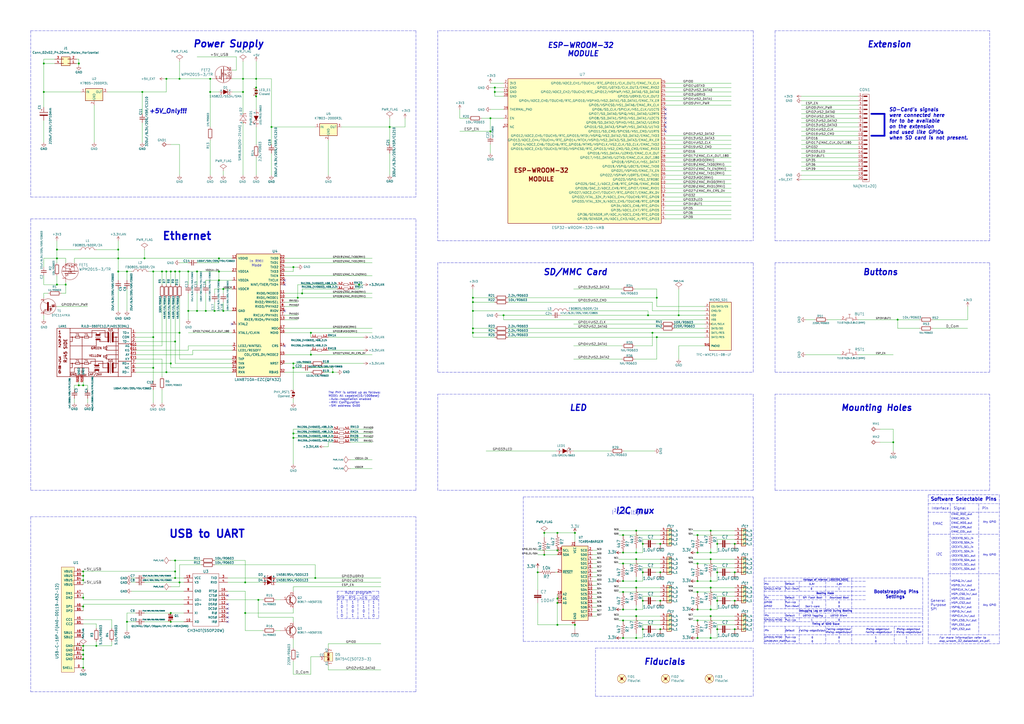
<source format=kicad_sch>
(kicad_sch (version 20211123) (generator eeschema)
  (paper "A2")
  (title_block (title "ESP32-DEVKIT-L") (date "2023-03-04") (rev "0") (company "HASATIO"))
  (junction (at 426.212 331.978))
  (junction (at 323.342 319.278))
  (junction (at 88.9 195.58))
  (junction (at 208.28 165.1))
  (junction (at 180.34 205.74))
  (junction (at 140.97 53.34))
  (junction (at 48.26 387.35))
  (junction (at 372.872 331.978))
  (junction (at 68.58 149.86))
  (junction (at 68.58 157.48))
  (junction (at 315.722 321.818))
  (junction (at 426.212 364.998))
  (junction (at 381 172.72))
  (junction (at 101.6 335.28))
  (junction (at 83.82 149.86))
  (junction (at 25.4 53.34))
  (junction (at 383.032 348.488))
  (junction (at 124.46 180.34))
  (junction (at 416.052 315.468))
  (junction (at 96.52 157.48))
  (junction (at 381 195.58))
  (junction (at 383.032 315.468))
  (junction (at 38.1 165.1))
  (junction (at 412.242 370.078))
  (junction (at 140.97 45.72))
  (junction (at 361.442 359.918))
  (junction (at 284.48 76.2))
  (junction (at 170.18 154.94))
  (junction (at 101.6 325.12))
  (junction (at 99.06 355.6))
  (junction (at 127 162.56))
  (junction (at 33.02 144.78))
  (junction (at 129.54 167.64))
  (junction (at 170.18 210.82))
  (junction (at 114.3 180.34))
  (junction (at 129.54 180.34))
  (junction (at 180.34 193.04))
  (junction (at 48.26 374.65))
  (junction (at 88.9 213.36))
  (junction (at 170.18 254))
  (junction (at 148.59 50.8))
  (junction (at 369.062 324.358))
  (junction (at 412.242 357.378))
  (junction (at 109.22 157.48))
  (junction (at 361.442 310.388))
  (junction (at 284.48 68.58))
  (junction (at 378.46 193.04))
  (junction (at 375.92 182.88))
  (junction (at 361.442 353.568))
  (junction (at 404.622 343.408))
  (junction (at 369.062 337.058))
  (junction (at 104.14 193.04))
  (junction (at 142.24 355.6))
  (junction (at 121.92 45.72))
  (junction (at 412.242 307.848))
  (junction (at 127 157.48))
  (junction (at 333.502 309.118))
  (junction (at 82.55 53.34))
  (junction (at 226.06 73.66))
  (junction (at 104.14 157.48))
  (junction (at 48.26 379.73))
  (junction (at 361.442 343.408))
  (junction (at 157.48 73.66))
  (junction (at 274.32 180.34))
  (junction (at 48.26 382.27))
  (junction (at 48.26 223.52))
  (junction (at 73.66 157.48))
  (junction (at 33.02 149.86))
  (junction (at 369.062 307.848))
  (junction (at 55.88 374.65))
  (junction (at 33.02 165.1))
  (junction (at 45.72 36.83))
  (junction (at 48.26 336.55))
  (junction (at 101.6 157.48))
  (junction (at 170.18 213.36))
  (junction (at 148.59 45.72))
  (junction (at 369.062 357.378))
  (junction (at 48.26 346.71))
  (junction (at 416.052 348.488))
  (junction (at 361.442 326.898))
  (junction (at 404.622 326.898))
  (junction (at 104.14 337.82))
  (junction (at 175.26 170.18))
  (junction (at 404.622 337.058))
  (junction (at 48.26 377.19))
  (junction (at 172.72 172.72))
  (junction (at 416.052 364.998))
  (junction (at 149.86 347.98))
  (junction (at 323.342 347.218))
  (junction (at 148.59 55.88))
  (junction (at 45.72 223.52))
  (junction (at 88.9 157.48))
  (junction (at 193.04 215.9))
  (junction (at 274.32 175.26))
  (junction (at 323.342 349.758))
  (junction (at 372.872 348.488))
  (junction (at 311.912 331.978))
  (junction (at 114.3 157.48))
  (junction (at 274.32 172.72))
  (junction (at 48.26 331.47))
  (junction (at 109.22 180.34))
  (junction (at 104.14 45.72))
  (junction (at 369.062 353.568))
  (junction (at 99.06 157.48))
  (junction (at 73.66 360.68))
  (junction (at 99.06 210.82))
  (junction (at 404.622 370.078))
  (junction (at 48.26 334.01))
  (junction (at 404.622 310.388))
  (junction (at 412.242 340.868))
  (junction (at 404.622 353.568))
  (junction (at 361.442 320.548))
  (junction (at 101.6 198.12))
  (junction (at 323.342 309.118))
  (junction (at 101.6 331.47))
  (junction (at 372.872 364.998))
  (junction (at 292.1 182.88))
  (junction (at 361.442 337.058))
  (junction (at 121.92 53.34))
  (junction (at 274.32 193.04))
  (junction (at 383.032 331.978))
  (junction (at 520.7 185.42))
  (junction (at 96.52 215.9))
  (junction (at 426.212 315.468))
  (junction (at 372.872 315.468))
  (junction (at 48.26 351.79))
  (junction (at 274.32 190.5))
  (junction (at 182.88 335.28))
  (junction (at 412.242 337.058))
  (junction (at 323.342 362.458))
  (junction (at 99.06 360.68))
  (junction (at 127 149.86))
  (junction (at 369.062 340.868))
  (junction (at 412.242 353.568))
  (junction (at 412.242 324.358))
  (junction (at 287.02 50.8))
  (junction (at 369.062 320.548))
  (junction (at 170.18 251.46))
  (junction (at 119.38 180.34))
  (junction (at 142.24 337.82))
  (junction (at 68.58 144.78))
  (junction (at 93.98 157.48))
  (junction (at 287.02 53.34))
  (junction (at 315.722 309.118))
  (junction (at 25.4 36.83))
  (junction (at 96.52 45.72))
  (junction (at 383.032 364.998))
  (junction (at 333.502 362.458))
  (junction (at 404.622 359.918))
  (junction (at 393.7 182.88))
  (junction (at 426.212 348.488))
  (junction (at 518.16 256.54))
  (junction (at 416.052 331.978))
  (junction (at 369.062 370.078))
  (junction (at 412.242 320.548))
  (junction (at 361.442 370.078))
  (junction (at 404.622 320.548))
  (no_connect (at 132.08 355.6))
  (no_connect (at 165.1 200.66))
  (no_connect (at 134.62 187.96))
  (no_connect (at 386.08 63.5))
  (no_connect (at 132.08 350.52))
  (no_connect (at 165.1 180.34))
  (no_connect (at 386.08 66.04))
  (no_connect (at 386.08 71.12))
  (no_connect (at 386.08 73.66))
  (no_connect (at 386.08 76.2))
  (no_connect (at 132.08 358.14))
  (no_connect (at 132.08 360.68))
  (no_connect (at 132.08 353.06))
  (no_connect (at 165.1 162.56))
  (no_connect (at 165.1 165.1))
  (no_connect (at 386.08 68.58))
  (no_connect (at 132.08 345.44))
  (wire (pts (xy 55.88 361.95) (xy 55.88 364.49)))
  (wire (pts (xy 333.502 364.998) (xy 333.502 362.458)))
  (wire (pts (xy 165.1 190.5) (xy 215.9 190.5)))
  (wire (pts (xy 134.62 200.66) (xy 109.22 200.66)))
  (wire (pts (xy 361.442 370.078) (xy 369.062 370.078)))
  (wire (pts (xy 127 152.4) (xy 127 149.86)))
  (wire (pts (xy 104.14 45.72) (xy 121.92 45.72)))
  (wire (pts (xy 372.872 364.998) (xy 372.872 362.458)))
  (wire (pts (xy 294.64 190.5) (xy 383.54 190.5)))
  (polyline (pts (xy 436.88 403.86) (xy 436.88 375.92)))
  (polyline (pts (xy 574.04 152.4) (xy 449.58 152.4)))
  (wire (pts (xy 38.1 149.86) (xy 33.02 149.86)))
  (wire (pts (xy 96.52 165.1) (xy 96.52 157.48)))
  (polyline (pts (xy 443.23 358.394) (xy 535.305 358.394)))
  (polyline (pts (xy 463.55 355.6) (xy 463.55 360.68)))
  (wire (pts (xy 64.77 359.41) (xy 64.77 364.49)))
  (wire (pts (xy 48.26 350.52) (xy 48.26 351.79)))
  (wire (pts (xy 381 167.64) (xy 368.3 167.64)))
  (wire (pts (xy 190.5 388.62) (xy 220.98 388.62)))
  (polyline (pts (xy 241.3 284.48) (xy 241.3 127)))
  (wire (pts (xy 50.8 231.14) (xy 50.8 233.68)))
  (wire (pts (xy 346.202 321.818) (xy 343.662 321.818)))
  (polyline (pts (xy 219.71 342.9) (xy 195.58 342.9)))
  (wire (pts (xy 129.54 167.64) (xy 134.62 167.64)))
  (wire (pts (xy 386.08 116.84) (xy 424.18 116.84)))
  (wire (pts (xy 109.22 180.34) (xy 109.22 185.42)))
  (polyline (pts (xy 254 228.6) (xy 436.88 228.6)))
  (wire (pts (xy 165.1 193.04) (xy 180.34 193.04)))
  (polyline (pts (xy 436.88 228.6) (xy 436.88 284.48)))
  (wire (pts (xy 121.92 101.6) (xy 121.92 81.28)))
  (wire (pts (xy 160.02 347.98) (xy 162.56 347.98)))
  (wire (pts (xy 274.32 167.64) (xy 274.32 172.72)))
  (wire (pts (xy 386.08 109.22) (xy 424.18 109.22)))
  (wire (pts (xy 226.06 73.66) (xy 226.06 83.82)))
  (polyline (pts (xy 254 152.4) (xy 254 215.9)))
  (wire (pts (xy 149.86 347.98) (xy 152.4 347.98)))
  (wire (pts (xy 274.32 175.26) (xy 287.02 175.26)))
  (wire (pts (xy 88.9 213.36) (xy 78.74 213.36)))
  (wire (pts (xy 137.16 40.64) (xy 137.16 33.02)))
  (polyline (pts (xy 611.124 320.802) (xy 661.67 320.802)))
  (polyline (pts (xy 443.23 368.3) (xy 535.305 368.3)))
  (wire (pts (xy 294.64 175.26) (xy 378.46 175.26)))
  (wire (pts (xy 127 157.48) (xy 134.62 157.48)))
  (wire (pts (xy 333.502 309.118) (xy 333.502 314.198)))
  (wire (pts (xy 346.202 347.218) (xy 343.662 347.218)))
  (wire (pts (xy 38.1 170.18) (xy 35.56 170.18)))
  (wire (pts (xy 369.062 370.078) (xy 369.062 367.538)))
  (wire (pts (xy 416.052 337.058) (xy 416.052 331.978)))
  (wire (pts (xy 393.7 182.88) (xy 408.94 182.88)))
  (polyline (pts (xy 241.3 17.78) (xy 241.3 114.3)))
  (wire (pts (xy 284.48 78.74) (xy 284.48 76.2)))
  (wire (pts (xy 274.32 190.5) (xy 274.32 193.04)))
  (wire (pts (xy 412.242 353.568) (xy 412.242 351.028)))
  (wire (pts (xy 203.2 271.78) (xy 215.9 271.78)))
  (wire (pts (xy 175.26 167.64) (xy 175.26 170.18)))
  (polyline (pts (xy 213.995 347.98) (xy 213.995 358.775)))
  (wire (pts (xy 284.48 83.82) (xy 284.48 88.9)))
  (wire (pts (xy 315.722 321.818) (xy 323.342 321.818)))
  (wire (pts (xy 358.902 310.388) (xy 361.442 310.388)))
  (wire (pts (xy 43.18 149.86) (xy 68.58 149.86)))
  (wire (pts (xy 88.9 157.48) (xy 93.98 157.48)))
  (wire (pts (xy 83.82 337.82) (xy 104.14 337.82)))
  (wire (pts (xy 93.98 226.06) (xy 93.98 233.68)))
  (polyline (pts (xy 449.58 215.9) (xy 574.04 215.9)))
  (wire (pts (xy 205.74 165.1) (xy 208.28 165.1)))
  (wire (pts (xy 96.52 157.48) (xy 99.06 157.48)))
  (wire (pts (xy 497.84 73.66) (xy 464.82 73.66)))
  (wire (pts (xy 73.66 167.64) (xy 73.66 180.34)))
  (wire (pts (xy 372.872 331.978) (xy 372.872 329.438)))
  (wire (pts (xy 386.08 99.06) (xy 424.18 99.06)))
  (wire (pts (xy 68.58 149.86) (xy 83.82 149.86)))
  (wire (pts (xy 68.58 167.64) (xy 68.58 180.34)))
  (wire (pts (xy 101.6 331.47) (xy 101.6 335.28)))
  (wire (pts (xy 404.622 343.408) (xy 426.212 343.408)))
  (wire (pts (xy 180.34 213.36) (xy 193.04 213.36)))
  (wire (pts (xy 148.59 50.8) (xy 148.59 55.88)))
  (wire (pts (xy 346.202 326.898) (xy 343.662 326.898)))
  (wire (pts (xy 99.06 172.72) (xy 99.06 210.82)))
  (wire (pts (xy 127 53.34) (xy 121.92 53.34)))
  (wire (pts (xy 386.08 121.92) (xy 424.18 121.92)))
  (wire (pts (xy 190.5 373.38) (xy 220.98 373.38)))
  (wire (pts (xy 386.08 106.68) (xy 424.18 106.68)))
  (polyline (pts (xy 505.46 66.04) (xy 513.08 66.04)) (stroke (width 1.016) (type solid)))
  (polyline (pts (xy 579.755 287.02) (xy 579.755 373.38)))
  (wire (pts (xy 404.622 353.568) (xy 412.242 353.568)))
  (polyline (pts (xy 443.23 335.28) (xy 443.23 373.38)))
  (wire (pts (xy 274.32 172.72) (xy 274.32 175.26)))
  (wire (pts (xy 104.14 83.82) (xy 99.06 83.82)))
  (polyline (pts (xy 443.23 360.68) (xy 535.305 360.68)))
  (wire (pts (xy 510.54 248.92) (xy 518.16 248.92)))
  (wire (pts (xy 180.34 391.16) (xy 180.34 381)))
  (wire (pts (xy 78.74 200.66) (xy 93.98 200.66)))
  (wire (pts (xy 193.04 254) (xy 170.18 254)))
  (wire (pts (xy 386.08 50.8) (xy 424.18 50.8)))
  (polyline (pts (xy 254 284.48) (xy 254 228.6)))
  (wire (pts (xy 386.08 119.38) (xy 424.18 119.38)))
  (wire (pts (xy 412.242 370.078) (xy 416.052 370.078)))
  (wire (pts (xy 157.48 73.66) (xy 157.48 83.82)))
  (wire (pts (xy 404.622 359.918) (xy 426.212 359.918)))
  (polyline (pts (xy 574.04 17.78) (xy 449.58 17.78)))
  (wire (pts (xy 346.202 357.378) (xy 343.662 357.378)))
  (polyline (pts (xy 574.04 215.9) (xy 574.04 152.4)))
  (wire (pts (xy 160.02 335.28) (xy 182.88 335.28)))
  (wire (pts (xy 124.46 180.34) (xy 124.46 175.26)))
  (polyline (pts (xy 661.67 307.34) (xy 661.67 336.55)))
  (wire (pts (xy 157.48 45.72) (xy 157.48 73.66)))
  (wire (pts (xy 360.68 167.64) (xy 332.74 167.64)))
  (polyline (pts (xy 538.48 292.1) (xy 579.755 292.1)))
  (wire (pts (xy 109.22 180.34) (xy 114.3 180.34)))
  (wire (pts (xy 358.902 359.918) (xy 361.442 359.918)))
  (wire (pts (xy 402.082 343.408) (xy 404.622 343.408)))
  (polyline (pts (xy 443.23 363.22) (xy 535.305 363.22)))
  (wire (pts (xy 68.58 149.86) (xy 68.58 157.48)))
  (wire (pts (xy 170.18 383.54) (xy 170.18 391.16)))
  (wire (pts (xy 106.68 350.52) (xy 48.26 350.52)))
  (wire (pts (xy 93.98 165.1) (xy 93.98 157.48)))
  (wire (pts (xy 372.872 348.488) (xy 372.872 345.948)))
  (wire (pts (xy 361.442 310.388) (xy 383.032 310.388)))
  (wire (pts (xy 561.34 185.42) (xy 561.34 177.8)))
  (wire (pts (xy 121.92 53.34) (xy 121.92 73.66)))
  (wire (pts (xy 33.02 160.02) (xy 33.02 165.1)))
  (polyline (pts (xy 574.04 139.7) (xy 574.04 17.78)))
  (wire (pts (xy 292.1 182.88) (xy 320.04 182.88)))
  (wire (pts (xy 386.08 124.46) (xy 424.18 124.46)))
  (wire (pts (xy 361.442 353.568) (xy 369.062 353.568)))
  (wire (pts (xy 346.202 352.298) (xy 343.662 352.298)))
  (wire (pts (xy 170.18 254) (xy 170.18 269.24)))
  (polyline (pts (xy 637.54 312.42) (xy 637.54 336.55)))
  (wire (pts (xy 78.74 360.68) (xy 73.66 360.68)))
  (wire (pts (xy 45.72 220.98) (xy 45.72 223.52)))
  (wire (pts (xy 369.062 337.058) (xy 369.062 334.518)))
  (wire (pts (xy 165.1 185.42) (xy 172.72 185.42)))
  (polyline (pts (xy 17.78 299.72) (xy 17.78 401.32)))
  (wire (pts (xy 386.08 48.26) (xy 424.18 48.26)))
  (wire (pts (xy 82.55 53.34) (xy 96.52 53.34)))
  (wire (pts (xy 25.4 165.1) (xy 33.02 165.1)))
  (wire (pts (xy 497.84 101.6) (xy 464.82 101.6)))
  (wire (pts (xy 315.722 309.118) (xy 323.342 309.118)))
  (wire (pts (xy 187.96 215.9) (xy 193.04 215.9)))
  (wire (pts (xy 93.98 157.48) (xy 96.52 157.48)))
  (wire (pts (xy 109.22 200.66) (xy 109.22 203.2)))
  (wire (pts (xy 386.08 60.96) (xy 424.18 60.96)))
  (polyline (pts (xy 574.04 284.48) (xy 574.04 228.6)))
  (wire (pts (xy 311.912 329.438) (xy 311.912 331.978)))
  (wire (pts (xy 361.442 326.898) (xy 383.032 326.898)))
  (wire (pts (xy 165.1 152.4) (xy 215.9 152.4)))
  (wire (pts (xy 193.04 213.36) (xy 193.04 215.9)))
  (wire (pts (xy 195.58 167.64) (xy 175.26 167.64)))
  (wire (pts (xy 45.72 36.83) (xy 45.72 38.1)))
  (wire (pts (xy 170.18 213.36) (xy 175.26 213.36)))
  (wire (pts (xy 424.18 86.36) (xy 386.08 86.36)))
  (wire (pts (xy 467.36 185.42) (xy 472.44 185.42)))
  (polyline (pts (xy 17.78 299.72) (xy 241.3 299.72)))
  (polyline (pts (xy 449.58 284.48) (xy 574.04 284.48)))
  (polyline (pts (xy 513.08 66.04) (xy 513.08 78.74)) (stroke (width 1.016) (type solid)))
  (wire (pts (xy 132.08 342.9) (xy 142.24 342.9)))
  (polyline (pts (xy 567.69 292.1) (xy 567.69 368.3)))
  (wire (pts (xy 134.62 203.2) (xy 111.76 203.2)))
  (wire (pts (xy 99.06 210.82) (xy 99.06 213.36)))
  (wire (pts (xy 88.9 213.36) (xy 88.9 220.98)))
  (wire (pts (xy 48.26 334.01) (xy 48.26 336.55)))
  (wire (pts (xy 210.82 203.2) (xy 190.5 203.2)))
  (wire (pts (xy 170.18 353.06) (xy 170.18 355.6)))
  (wire (pts (xy 83.82 360.68) (xy 99.06 360.68)))
  (wire (pts (xy 33.02 177.8) (xy 50.8 177.8)))
  (wire (pts (xy 68.58 139.7) (xy 68.58 144.78)))
  (wire (pts (xy 386.08 53.34) (xy 424.18 53.34)))
  (polyline (pts (xy 436.88 215.9) (xy 436.88 152.4)))
  (wire (pts (xy 274.32 180.34) (xy 274.32 190.5)))
  (wire (pts (xy 266.7 68.58) (xy 271.78 68.58)))
  (wire (pts (xy 423.672 331.978) (xy 426.212 331.978)))
  (wire (pts (xy 157.48 73.66) (xy 182.88 73.66)))
  (wire (pts (xy 25.4 36.83) (xy 25.4 53.34)))
  (wire (pts (xy 148.59 55.88) (xy 148.59 63.5)))
  (wire (pts (xy 210.82 210.82) (xy 187.96 210.82)))
  (wire (pts (xy 412.242 307.848) (xy 426.212 307.848)))
  (wire (pts (xy 311.912 319.278) (xy 323.342 319.278)))
  (polyline (pts (xy 610.87 336.423) (xy 661.67 336.423)))
  (wire (pts (xy 533.4 190.5) (xy 520.7 190.5)))
  (wire (pts (xy 101.6 335.28) (xy 106.68 335.28)))
  (wire (pts (xy 165.1 157.48) (xy 170.18 157.48)))
  (wire (pts (xy 48.26 351.79) (xy 48.26 354.33)))
  (wire (pts (xy 226.06 88.9) (xy 226.06 101.6)))
  (wire (pts (xy 274.32 175.26) (xy 274.32 180.34)))
  (wire (pts (xy 381 195.58) (xy 381 208.28)))
  (wire (pts (xy 346.202 349.758) (xy 343.662 349.758)))
  (wire (pts (xy 541.02 190.5) (xy 561.34 190.5)))
  (wire (pts (xy 346.202 342.138) (xy 343.662 342.138)))
  (polyline (pts (xy 17.78 114.3) (xy 241.3 114.3)))
  (wire (pts (xy 520.7 190.5) (xy 520.7 185.42)))
  (wire (pts (xy 160.02 365.76) (xy 162.56 365.76)))
  (wire (pts (xy 170.18 251.46) (xy 170.18 254)))
  (wire (pts (xy 412.242 337.058) (xy 412.242 334.518)))
  (wire (pts (xy 226.06 73.66) (xy 234.95 73.66)))
  (polyline (pts (xy 610.87 312.42) (xy 661.67 312.42)))
  (wire (pts (xy 358.902 326.898) (xy 361.442 326.898)))
  (polyline (pts (xy 463.55 345.44) (xy 463.55 353.06)))
  (wire (pts (xy 480.06 185.42) (xy 487.68 185.42)))
  (polyline (pts (xy 345.44 403.86) (xy 436.88 403.86)))
  (wire (pts (xy 386.08 101.6) (xy 424.18 101.6)))
  (wire (pts (xy 137.16 40.64) (xy 134.62 40.64)))
  (wire (pts (xy 96.52 45.72) (xy 104.14 45.72)))
  (wire (pts (xy 96.52 172.72) (xy 96.52 215.9)))
  (wire (pts (xy 372.872 320.548) (xy 372.872 315.468)))
  (wire (pts (xy 38.1 163.83) (xy 38.1 165.1)))
  (wire (pts (xy 412.242 340.868) (xy 426.212 340.868)))
  (wire (pts (xy 369.062 353.568) (xy 372.872 353.568)))
  (polyline (pts (xy 538.48 368.3) (xy 579.755 368.3)))
  (wire (pts (xy 132.08 347.98) (xy 149.86 347.98)))
  (polyline (pts (xy 443.23 353.06) (xy 535.305 353.06)))
  (wire (pts (xy 33.02 139.7) (xy 33.02 144.78)))
  (wire (pts (xy 386.08 83.82) (xy 424.18 83.82)))
  (wire (pts (xy 109.22 152.4) (xy 104.14 152.4)))
  (wire (pts (xy 497.84 91.44) (xy 464.82 91.44)))
  (wire (pts (xy 187.96 259.08) (xy 190.5 259.08)))
  (wire (pts (xy 104.14 165.1) (xy 104.14 157.48)))
  (polyline (pts (xy 303.53 288.29) (xy 436.88 288.29)))
  (wire (pts (xy 88.9 195.58) (xy 88.9 213.36)))
  (wire (pts (xy 99.06 325.12) (xy 101.6 325.12)))
  (wire (pts (xy 124.46 180.34) (xy 129.54 180.34)))
  (wire (pts (xy 205.74 167.64) (xy 208.28 167.64)))
  (wire (pts (xy 25.4 149.86) (xy 33.02 149.86)))
  (wire (pts (xy 104.14 193.04) (xy 104.14 208.28)))
  (wire (pts (xy 497.84 104.14) (xy 464.82 104.14)))
  (wire (pts (xy 369.062 340.868) (xy 383.032 340.868)))
  (wire (pts (xy 25.4 69.85) (xy 25.4 82.55)))
  (wire (pts (xy 170.18 370.84) (xy 170.18 375.92)))
  (wire (pts (xy 497.84 58.42) (xy 464.82 58.42)))
  (wire (pts (xy 48.26 374.65) (xy 48.26 377.19)))
  (wire (pts (xy 165.1 149.86) (xy 215.9 149.86)))
  (polyline (pts (xy 535.305 373.38) (xy 535.305 335.28)))
  (wire (pts (xy 193.04 248.92) (xy 170.18 248.92)))
  (wire (pts (xy 497.84 93.98) (xy 464.82 93.98)))
  (wire (pts (xy 404.622 337.058) (xy 412.242 337.058)))
  (wire (pts (xy 104.14 35.56) (xy 104.14 45.72)))
  (wire (pts (xy 294.64 193.04) (xy 378.46 193.04)))
  (wire (pts (xy 510.54 256.54) (xy 518.16 256.54)))
  (wire (pts (xy 412.242 324.358) (xy 426.212 324.358)))
  (wire (pts (xy 48.26 336.55) (xy 48.26 339.09)))
  (wire (pts (xy 48.26 374.65) (xy 55.88 374.65)))
  (polyline (pts (xy 219.71 358.775) (xy 195.58 358.775)))
  (wire (pts (xy 402.082 324.358) (xy 412.242 324.358)))
  (wire (pts (xy 101.6 210.82) (xy 134.62 210.82)))
  (wire (pts (xy 148.59 35.56) (xy 148.59 45.72)))
  (polyline (pts (xy 455.422 363.22) (xy 455.422 373.38)))
  (wire (pts (xy 520.7 185.42) (xy 533.4 185.42)))
  (wire (pts (xy 134.62 53.34) (xy 140.97 53.34)))
  (wire (pts (xy 369.062 307.848) (xy 383.032 307.848)))
  (wire (pts (xy 127 149.86) (xy 134.62 149.86)))
  (wire (pts (xy 287.02 53.34) (xy 287.02 55.88)))
  (wire (pts (xy 165.1 205.74) (xy 180.34 205.74)))
  (wire (pts (xy 99.06 157.48) (xy 101.6 157.48)))
  (wire (pts (xy 96.52 215.9) (xy 134.62 215.9)))
  (wire (pts (xy 346.202 339.598) (xy 343.662 339.598)))
  (wire (pts (xy 386.08 78.74) (xy 424.18 78.74)))
  (wire (pts (xy 391.16 190.5) (xy 408.94 190.5)))
  (wire (pts (xy 378.46 200.66) (xy 368.3 200.66)))
  (polyline (pts (xy 455.422 337.185) (xy 455.422 342.9)))
  (wire (pts (xy 381 195.58) (xy 408.94 195.58)))
  (wire (pts (xy 322.072 331.978) (xy 323.342 331.978)))
  (polyline (pts (xy 303.53 372.11) (xy 303.53 288.29)))
  (wire (pts (xy 195.58 165.1) (xy 172.72 165.1)))
  (wire (pts (xy 170.18 355.6) (xy 142.24 355.6)))
  (wire (pts (xy 43.18 223.52) (xy 45.72 223.52)))
  (polyline (pts (xy 17.78 17.78) (xy 17.78 114.3)))
  (wire (pts (xy 99.06 165.1) (xy 99.06 157.48)))
  (wire (pts (xy 170.18 233.68) (xy 170.18 231.14)))
  (wire (pts (xy 25.4 53.34) (xy 46.99 53.34)))
  (wire (pts (xy 346.202 319.278) (xy 343.662 319.278)))
  (wire (pts (xy 323.342 347.218) (xy 323.342 349.758)))
  (wire (pts (xy 403.352 353.568) (xy 404.622 353.568)))
  (wire (pts (xy 358.902 343.408) (xy 361.442 343.408)))
  (wire (pts (xy 193.04 251.46) (xy 170.18 251.46)))
  (wire (pts (xy 497.84 76.2) (xy 464.82 76.2)))
  (wire (pts (xy 190.5 373.38) (xy 190.5 375.92)))
  (wire (pts (xy 119.38 180.34) (xy 124.46 180.34)))
  (wire (pts (xy 127 162.56) (xy 134.62 162.56)))
  (wire (pts (xy 43.18 231.14) (xy 43.18 233.68)))
  (wire (pts (xy 114.3 157.48) (xy 127 157.48)))
  (wire (pts (xy 148.59 73.66) (xy 148.59 83.82)))
  (polyline (pts (xy 201.295 347.98) (xy 201.295 358.775)))
  (wire (pts (xy 284.48 76.2) (xy 266.7 76.2)))
  (wire (pts (xy 412.242 353.568) (xy 416.052 353.568)))
  (wire (pts (xy 497.84 55.88) (xy 464.82 55.88)))
  (wire (pts (xy 25.4 34.29) (xy 25.4 36.83)))
  (wire (pts (xy 114.3 165.1) (xy 114.3 157.48)))
  (polyline (pts (xy 443.23 347.98) (xy 502.285 347.98)))
  (wire (pts (xy 48.26 382.27) (xy 48.26 387.35)))
  (wire (pts (xy 33.02 149.86) (xy 33.02 152.4)))
  (wire (pts (xy 190.5 259.08) (xy 190.5 256.54)))
  (wire (pts (xy 170.18 340.36) (xy 220.98 340.36)))
  (wire (pts (xy 41.91 374.65) (xy 48.26 374.65)))
  (wire (pts (xy 109.22 157.48) (xy 114.3 157.48)))
  (wire (pts (xy 330.2 180.34) (xy 375.92 180.34)))
  (wire (pts (xy 358.902 340.868) (xy 369.062 340.868)))
  (wire (pts (xy 88.9 226.06) (xy 88.9 233.68)))
  (wire (pts (xy 361.442 320.548) (xy 369.062 320.548)))
  (wire (pts (xy 416.052 362.458) (xy 426.212 362.458)))
  (wire (pts (xy 132.08 337.82) (xy 142.24 337.82)))
  (wire (pts (xy 284.48 68.58) (xy 284.48 76.2)))
  (wire (pts (xy 68.58 157.48) (xy 68.58 162.56)))
  (wire (pts (xy 55.88 372.11) (xy 55.88 374.65)))
  (polyline (pts (xy 479.044 360.68) (xy 479.044 355.6)))
  (wire (pts (xy 165.1 175.26) (xy 172.72 175.26)))
  (wire (pts (xy 111.76 205.74) (xy 78.74 205.74)))
  (wire (pts (xy 402.082 307.848) (xy 412.242 307.848)))
  (polyline (pts (xy 610.87 332.486) (xy 661.67 332.486)))
  (wire (pts (xy 497.84 71.12) (xy 464.82 71.12)))
  (polyline (pts (xy 449.58 139.7) (xy 574.04 139.7)))
  (wire (pts (xy 101.6 325.12) (xy 116.84 325.12)))
  (wire (pts (xy 190.5 386.08) (xy 190.5 388.62)))
  (wire (pts (xy 234.95 73.66) (xy 234.95 68.58)))
  (wire (pts (xy 48.26 331.47) (xy 101.6 331.47)))
  (wire (pts (xy 412.242 337.058) (xy 416.052 337.058)))
  (wire (pts (xy 25.4 185.42) (xy 25.4 182.88)))
  (wire (pts (xy 124.46 167.64) (xy 129.54 167.64)))
  (wire (pts (xy 343.662 354.838) (xy 346.202 354.838)))
  (wire (pts (xy 360.172 370.078) (xy 361.442 370.078)))
  (wire (pts (xy 518.16 256.54) (xy 518.16 261.62)))
  (wire (pts (xy 140.97 53.34) (xy 140.97 66.04)))
  (wire (pts (xy 358.902 357.378) (xy 369.062 357.378)))
  (polyline (pts (xy 443.23 345.44) (xy 502.285 345.44)))
  (wire (pts (xy 380.492 331.978) (xy 383.032 331.978)))
  (wire (pts (xy 360.172 320.548) (xy 361.442 320.548)))
  (polyline (pts (xy 17.78 284.48) (xy 241.3 284.48)))
  (polyline (pts (xy 449.58 228.6) (xy 574.04 228.6)))
  (wire (pts (xy 284.48 50.8) (xy 287.02 50.8)))
  (wire (pts (xy 208.28 167.64) (xy 208.28 165.1)))
  (wire (pts (xy 68.58 157.48) (xy 73.66 157.48)))
  (wire (pts (xy 109.22 203.2) (xy 78.74 203.2)))
  (wire (pts (xy 416.052 348.488) (xy 416.052 345.948)))
  (wire (pts (xy 266.7 63.5) (xy 266.7 68.58)))
  (wire (pts (xy 381 172.72) (xy 294.64 172.72)))
  (wire (pts (xy 142.24 337.82) (xy 152.4 337.82)))
  (wire (pts (xy 33.02 144.78) (xy 33.02 149.86)))
  (wire (pts (xy 378.46 180.34) (xy 408.94 180.34)))
  (wire (pts (xy 104.14 340.36) (xy 104.14 337.82)))
  (wire (pts (xy 175.26 170.18) (xy 215.9 170.18)))
  (wire (pts (xy 203.2 254) (xy 215.9 254)))
  (wire (pts (xy 393.7 167.64) (xy 393.7 182.88)))
  (wire (pts (xy 412.242 370.078) (xy 412.242 367.538)))
  (polyline (pts (xy 219.71 342.9) (xy 219.71 358.775)))
  (wire (pts (xy 170.18 210.82) (xy 180.34 210.82)))
  (wire (pts (xy 464.82 86.36) (xy 497.84 86.36)))
  (polyline (pts (xy 436.88 284.48) (xy 254 284.48)))
  (wire (pts (xy 423.672 348.488) (xy 426.212 348.488)))
  (wire (pts (xy 404.622 326.898) (xy 426.212 326.898)))
  (wire (pts (xy 160.02 337.82) (xy 220.98 337.82)))
  (wire (pts (xy 121.92 45.72) (xy 123.19 45.72)))
  (polyline (pts (xy 254 139.7) (xy 436.88 139.7)))
  (wire (pts (xy 404.622 320.548) (xy 412.242 320.548)))
  (wire (pts (xy 287.02 55.88) (xy 292.1 55.88)))
  (wire (pts (xy 375.92 182.88) (xy 393.7 182.88)))
  (polyline (pts (xy 449.58 284.48) (xy 449.58 228.6)))
  (wire (pts (xy 360.172 337.058) (xy 361.442 337.058)))
  (polyline (pts (xy 449.58 17.78) (xy 449.58 139.7)))
  (wire (pts (xy 408.94 187.96) (xy 391.16 187.96)))
  (wire (pts (xy 354.33 261.62) (xy 332.74 261.62)))
  (wire (pts (xy 88.9 195.58) (xy 78.74 195.58)))
  (wire (pts (xy 172.72 172.72) (xy 215.9 172.72)))
  (wire (pts (xy 203.2 256.54) (xy 215.9 256.54)))
  (wire (pts (xy 104.14 193.04) (xy 78.74 193.04)))
  (wire (pts (xy 378.46 175.26) (xy 378.46 180.34)))
  (polyline (pts (xy 17.78 127) (xy 241.3 127)))
  (wire (pts (xy 43.18 226.06) (xy 43.18 223.52)))
  (wire (pts (xy 129.54 180.34) (xy 134.62 180.34)))
  (wire (pts (xy 114.3 180.34) (xy 119.38 180.34)))
  (wire (pts (xy 369.062 320.548) (xy 369.062 318.008)))
  (wire (pts (xy 497.84 83.82) (xy 464.82 83.82)))
  (wire (pts (xy 124.46 167.64) (xy 124.46 170.18)))
  (wire (pts (xy 412.242 320.548) (xy 412.242 318.008)))
  (polyline (pts (xy 443.23 342.9) (xy 502.285 342.9)))
  (polyline (pts (xy 345.44 375.92) (xy 436.88 375.92)))
  (polyline (pts (xy 241.3 401.32) (xy 241.3 299.72)))
  (wire (pts (xy 165.1 154.94) (xy 170.18 154.94)))
  (wire (pts (xy 99.06 340.36) (xy 104.14 340.36)))
  (polyline (pts (xy 17.78 17.78) (xy 241.3 17.78)))
  (wire (pts (xy 323.342 309.118) (xy 333.502 309.118)))
  (wire (pts (xy 402.082 359.918) (xy 404.622 359.918)))
  (polyline (pts (xy 195.58 342.9) (xy 195.58 358.775)))
  (polyline (pts (xy 579.755 373.38) (xy 538.48 373.38)))
  (wire (pts (xy 48.26 377.19) (xy 48.26 379.73)))
  (polyline (pts (xy 436.88 372.11) (xy 436.88 288.29)))
  (wire (pts (xy 134.62 193.04) (xy 109.22 193.04)))
  (wire (pts (xy 416.052 353.568) (xy 416.052 348.488)))
  (wire (pts (xy 149.86 358.14) (xy 149.86 347.98)))
  (wire (pts (xy 412.242 357.378) (xy 426.212 357.378)))
  (wire (pts (xy 404.622 370.078) (xy 412.242 370.078)))
  (wire (pts (xy 402.082 340.868) (xy 412.242 340.868)))
  (wire (pts (xy 101.6 172.72) (xy 101.6 198.12)))
  (wire (pts (xy 386.08 114.3) (xy 424.18 114.3)))
  (wire (pts (xy 78.74 215.9) (xy 96.52 215.9)))
  (wire (pts (xy 497.84 66.04) (xy 464.82 66.04)))
  (wire (pts (xy 129.54 101.6) (xy 129.54 99.06)))
  (wire (pts (xy 45.72 144.78) (xy 33.02 144.78)))
  (wire (pts (xy 116.84 327.66) (xy 104.14 327.66)))
  (wire (pts (xy 129.54 170.18) (xy 129.54 167.64)))
  (wire (pts (xy 165.1 177.8) (xy 172.72 177.8)))
  (wire (pts (xy 180.34 381) (xy 185.42 381)))
  (wire (pts (xy 375.92 180.34) (xy 375.92 182.88)))
  (wire (pts (xy 287.02 193.04) (xy 274.32 193.04)))
  (wire (pts (xy 180.34 195.58) (xy 180.34 193.04)))
  (polyline (pts (xy 254 215.9) (xy 436.88 215.9)))
  (polyline (pts (xy 494.03 353.06) (xy 494.03 335.28)))
  (wire (pts (xy 119.38 170.18) (xy 119.38 180.34)))
  (wire (pts (xy 142.24 342.9) (xy 142.24 355.6)))
  (wire (pts (xy 358.902 307.848) (xy 369.062 307.848)))
  (polyline (pts (xy 479.044 345.44) (xy 479.044 353.06)))
  (wire (pts (xy 346.202 329.438) (xy 343.662 329.438)))
  (wire (pts (xy 48.26 379.73) (xy 48.26 382.27)))
  (wire (pts (xy 497.84 68.58) (xy 464.82 68.58)))
  (wire (pts (xy 203.2 248.92) (xy 215.9 248.92)))
  (polyline (pts (xy 610.87 307.34) (xy 661.67 307.34)))
  (wire (pts (xy 274.32 180.34) (xy 320.04 180.34)))
  (wire (pts (xy 292.1 185.42) (xy 292.1 182.88)))
  (wire (pts (xy 101.6 165.1) (xy 101.6 157.48)))
  (wire (pts (xy 83.82 355.6) (xy 99.06 355.6)))
  (wire (pts (xy 99.06 210.82) (xy 78.74 210.82)))
  (wire (pts (xy 380.492 348.488) (xy 383.032 348.488)))
  (wire (pts (xy 284.48 68.58) (xy 292.1 68.58)))
  (wire (pts (xy 323.342 349.758) (xy 323.342 362.458)))
  (wire (pts (xy 315.722 309.118) (xy 315.722 311.658)))
  (wire (pts (xy 99.06 355.6) (xy 106.68 355.6)))
  (polyline (pts (xy 479.044 337.185) (xy 479.044 342.9)))
  (wire (pts (xy 101.6 198.12) (xy 78.74 198.12)))
  (wire (pts (xy 190.5 256.54) (xy 193.04 256.54)))
  (wire (pts (xy 86.36 157.48) (xy 88.9 157.48)))
  (wire (pts (xy 64.77 372.11) (xy 64.77 374.65)))
  (wire (pts (xy 360.68 208.28) (xy 332.74 208.28)))
  (wire (pts (xy 48.26 347.98) (xy 106.68 347.98)))
  (wire (pts (xy 361.442 337.058) (xy 369.062 337.058)))
  (wire (pts (xy 403.352 370.078) (xy 404.622 370.078)))
  (polyline (pts (xy 538.48 373.38) (xy 538.48 287.02)))
  (polyline (pts (xy 610.87 307.34) (xy 610.87 336.55)))
  (wire (pts (xy 346.202 344.678) (xy 343.662 344.678)))
  (wire (pts (xy 311.912 331.978) (xy 311.912 342.138)))
  (wire (pts (xy 541.02 185.42) (xy 561.34 185.42)))
  (wire (pts (xy 369.062 320.548) (xy 372.872 320.548)))
  (wire (pts (xy 210.82 195.58) (xy 190.5 195.58)))
  (wire (pts (xy 497.84 185.42) (xy 520.7 185.42)))
  (wire (pts (xy 343.662 337.058) (xy 346.202 337.058)))
  (wire (pts (xy 48.26 344.17) (xy 48.26 346.71)))
  (wire (pts (xy 372.872 329.438) (xy 383.032 329.438)))
  (wire (pts (xy 73.66 162.56) (xy 73.66 157.48)))
  (wire (pts (xy 369.062 370.078) (xy 372.872 370.078)))
  (wire (pts (xy 386.08 127) (xy 424.18 127)))
  (wire (pts (xy 78.74 355.6) (xy 73.66 355.6)))
  (polyline (pts (xy 436.88 17.78) (xy 436.88 139.7)))
  (wire (pts (xy 346.202 331.978) (xy 343.662 331.978)))
  (wire (pts (xy 68.58 144.78) (xy 68.58 149.86)))
  (wire (pts (xy 416.052 320.548) (xy 416.052 315.468)))
  (polyline (pts (xy 207.645 347.98) (xy 207.645 358.775)))
  (wire (pts (xy 83.82 335.28) (xy 101.6 335.28)))
  (wire (pts (xy 62.23 53.34) (xy 82.55 53.34)))
  (wire (pts (xy 50.8 223.52) (xy 50.8 226.06)))
  (wire (pts (xy 279.4 68.58) (xy 284.48 68.58)))
  (wire (pts (xy 25.4 154.94) (xy 25.4 149.86)))
  (wire (pts (xy 95.25 45.72) (xy 96.52 45.72)))
  (wire (pts (xy 497.84 60.96) (xy 464.82 60.96)))
  (wire (pts (xy 361.442 359.918) (xy 383.032 359.918)))
  (wire (pts (xy 99.06 213.36) (xy 134.62 213.36)))
  (wire (pts (xy 121.92 45.72) (xy 121.92 53.34)))
  (wire (pts (xy 369.062 337.058) (xy 372.872 337.058)))
  (wire (pts (xy 416.052 312.928) (xy 426.212 312.928)))
  (wire (pts (xy 44.45 36.83) (xy 45.72 36.83)))
  (wire (pts (xy 104.14 157.48) (xy 109.22 157.48)))
  (wire (pts (xy 381 172.72) (xy 381 167.64)))
  (wire (pts (xy 101.6 325.12) (xy 101.6 331.47)))
  (wire (pts (xy 172.72 165.1) (xy 172.72 172.72)))
  (polyline (pts (xy 303.53 372.11) (xy 436.88 372.11)))
  (wire (pts (xy 289.56 182.88) (xy 292.1 182.88)))
  (wire (pts (xy 104.14 208.28) (xy 134.62 208.28)))
  (wire (pts (xy 124.46 327.66) (xy 182.88 327.66)))
  (wire (pts (xy 148.59 101.6) (xy 148.59 91.44)))
  (wire (pts (xy 416.052 329.438) (xy 426.212 329.438)))
  (wire (pts (xy 33.02 165.1) (xy 38.1 165.1)))
  (wire (pts (xy 140.97 45.72) (xy 140.97 53.34)))
  (wire (pts (xy 48.26 331.47) (xy 48.26 334.01)))
  (polyline (pts (xy 195.58 347.98) (xy 219.71 347.98)))
  (wire (pts (xy 165.1 170.18) (xy 175.26 170.18)))
  (polyline (pts (xy 463.55 337.185) (xy 463.55 342.9)))
  (wire (pts (xy 360.172 353.568) (xy 361.442 353.568)))
  (wire (pts (xy 109.22 170.18) (xy 109.22 180.34)))
  (wire (pts (xy 325.12 182.88) (xy 375.92 182.88)))
  (wire (pts (xy 73.66 355.6) (xy 73.66 360.68)))
  (wire (pts (xy 274.32 195.58) (xy 287.02 195.58)))
  (wire (pts (xy 287.02 50.8) (xy 287.02 53.34)))
  (wire (pts (xy 170.18 358.14) (xy 149.86 358.14)))
  (wire (pts (xy 386.08 111.76) (xy 424.18 111.76)))
  (wire (pts (xy 111.76 203.2) (xy 111.76 205.74)))
  (wire (pts (xy 83.82 144.78) (xy 83.82 149.86)))
  (wire (pts (xy 386.08 104.14) (xy 424.18 104.14)))
  (wire (pts (xy 372.872 315.468) (xy 372.872 312.928)))
  (wire (pts (xy 64.77 374.65) (xy 55.88 374.65)))
  (wire (pts (xy 165.1 160.02) (xy 215.9 160.02)))
  (wire (pts (xy 142.24 325.12) (xy 142.24 337.82)))
  (wire (pts (xy 170.18 360.68) (xy 170.18 358.14)))
  (wire (pts (xy 284.48 48.26) (xy 292.1 48.26)))
  (wire (pts (xy 114.3 170.18) (xy 114.3 180.34)))
  (wire (pts (xy 372.872 362.458) (xy 383.032 362.458)))
  (wire (pts (xy 378.46 193.04) (xy 378.46 200.66)))
  (wire (pts (xy 78.74 337.82) (xy 76.2 337.82)))
  (polyline (pts (xy 449.58 152.4) (xy 449.58 215.9)))
  (wire (pts (xy 518.16 205.74) (xy 497.84 205.74)))
  (wire (pts (xy 467.36 205.74) (xy 487.68 205.74)))
  (wire (pts (xy 369.062 353.568) (xy 369.062 351.028)))
  (wire (pts (xy 383.54 187.96) (xy 332.74 187.96)))
  (wire (pts (xy 403.352 337.058) (xy 404.622 337.058)))
  (polyline (pts (xy 345.44 403.86) (xy 345.44 375.92)))
  (wire (pts (xy 322.58 261.62) (xy 281.94 261.62)))
  (wire (pts (xy 73.66 360.68) (xy 73.66 365.76)))
  (polyline (pts (xy 538.48 287.02) (xy 579.755 287.02)))
  (wire (pts (xy 25.4 160.02) (xy 25.4 165.1)))
  (wire (pts (xy 203.2 266.7) (xy 215.9 266.7)))
  (wire (pts (xy 372.872 312.928) (xy 383.032 312.928)))
  (wire (pts (xy 45.72 223.52) (xy 48.26 223.52)))
  (wire (pts (xy 386.08 58.42) (xy 424.18 58.42)))
  (wire (pts (xy 119.38 162.56) (xy 127 162.56)))
  (wire (pts (xy 93.98 218.44) (xy 93.98 208.28)))
  (wire (pts (xy 99.06 360.68) (xy 106.68 360.68)))
  (wire (pts (xy 412.242 320.548) (xy 416.052 320.548)))
  (wire (pts (xy 346.202 334.518) (xy 343.662 334.518)))
  (wire (pts (xy 48.26 361.95) (xy 55.88 361.95)))
  (wire (pts (xy 403.352 320.548) (xy 404.622 320.548)))
  (polyline (pts (xy 463.55 363.22) (xy 463.55 373.38)))
  (wire (pts (xy 380.492 315.468) (xy 383.032 315.468)))
  (polyline (pts (xy 195.58 345.44) (xy 219.71 345.44)))
  (wire (pts (xy 96.52 53.34) (xy 96.52 45.72)))
  (wire (pts (xy 311.912 321.818) (xy 315.722 321.818)))
  (wire (pts (xy 423.672 315.468) (xy 426.212 315.468)))
  (wire (pts (xy 45.72 36.83) (xy 45.72 34.29)))
  (wire (pts (xy 157.48 88.9) (xy 157.48 101.6)))
  (wire (pts (xy 416.052 345.948) (xy 426.212 345.948)))
  (wire (pts (xy 127 157.48) (xy 127 162.56)))
  (wire (pts (xy 402.082 357.378) (xy 412.242 357.378)))
  (wire (pts (xy 55.88 144.78) (xy 68.58 144.78)))
  (wire (pts (xy 54.61 60.96) (xy 54.61 82.55)))
  (wire (pts (xy 43.18 152.4) (xy 43.18 149.86)))
  (polyline (pts (xy 479.044 363.22) (xy 479.044 373.38)))
  (polyline (pts (xy 443.23 337.185) (xy 502.285 337.185)))
  (wire (pts (xy 137.16 33.02) (xy 114.3 33.02)))
  (polyline (pts (xy 513.08 78.74) (xy 505.46 78.74)) (stroke (width 1.016) (type solid)))
  (wire (pts (xy 402.082 326.898) (xy 404.622 326.898)))
  (wire (pts (xy 78.74 335.28) (xy 76.2 335.28)))
  (wire (pts (xy 292.1 53.34) (xy 287.02 53.34)))
  (polyline (pts (xy 436.88 17.78) (xy 254 17.78)))
  (wire (pts (xy 497.84 81.28) (xy 464.82 81.28)))
  (wire (pts (xy 148.59 45.72) (xy 157.48 45.72)))
  (polyline (pts (xy 538.48 297.18) (xy 579.755 297.18)))
  (polyline (pts (xy 494.03 363.22) (xy 494.03 373.38)))
  (wire (pts (xy 311.912 362.458) (xy 323.342 362.458)))
  (wire (pts (xy 134.62 45.72) (xy 140.97 45.72)))
  (polyline (pts (xy 610.87 317.246) (xy 661.67 317.246)))
  (wire (pts (xy 386.08 96.52) (xy 424.18 96.52)))
  (wire (pts (xy 386.08 93.98) (xy 424.18 93.98)))
  (wire (pts (xy 408.94 185.42) (xy 292.1 185.42)))
  (wire (pts (xy 287.02 50.8) (xy 292.1 50.8)))
  (wire (pts (xy 132.08 335.28) (xy 152.4 335.28)))
  (wire (pts (xy 372.872 370.078) (xy 372.872 364.998)))
  (polyline (pts (xy 611.124 328.676) (xy 661.67 328.676)))
  (wire (pts (xy 386.08 55.88) (xy 424.18 55.88)))
  (polyline (pts (xy 538.48 309.88) (xy 579.755 309.88)))
  (wire (pts (xy 386.08 81.28) (xy 424.18 81.28)))
  (wire (pts (xy 180.34 193.04) (xy 215.9 193.04)))
  (wire (pts (xy 148.59 45.72) (xy 148.59 50.8)))
  (wire (pts (xy 165.1 182.88) (xy 172.72 182.88)))
  (wire (pts (xy 274.32 193.04) (xy 274.32 195.58)))
  (wire (pts (xy 140.97 45.72) (xy 148.59 45.72)))
  (wire (pts (xy 48.26 220.98) (xy 48.26 223.52)))
  (wire (pts (xy 393.7 208.28) (xy 393.7 200.66)))
  (polyline (pts (xy 443.23 355.6) (xy 535.305 355.6)))
  (wire (pts (xy 170.18 342.9) (xy 170.18 340.36)))
  (polyline (pts (xy 443.23 373.38) (xy 535.305 373.38)))
  (wire (pts (xy 198.12 73.66) (xy 226.06 73.66)))
  (wire (pts (xy 372.872 345.948) (xy 383.032 345.948)))
  (wire (pts (xy 104.14 172.72) (xy 104.14 193.04)))
  (wire (pts (xy 497.84 78.74) (xy 464.82 78.74)))
  (wire (pts (xy 497.84 63.5) (xy 464.82 63.5)))
  (wire (pts (xy 73.66 157.48) (xy 76.2 157.48)))
  (wire (pts (xy 203.2 251.46) (xy 215.9 251.46)))
  (wire (pts (xy 369.062 357.378) (xy 383.032 357.378)))
  (wire (pts (xy 48.26 223.52) (xy 50.8 223.52)))
  (wire (pts (xy 408.94 177.8) (xy 381 177.8)))
  (wire (pts (xy 48.26 346.71) (xy 48.26 347.98)))
  (polyline (pts (xy 443.23 335.28) (xy 535.305 335.28)))
  (wire (pts (xy 182.88 335.28) (xy 220.98 335.28)))
  (wire (pts (xy 109.22 165.1) (xy 109.22 157.48)))
  (wire (pts (xy 48.26 359.41) (xy 64.77 359.41)))
  (wire (pts (xy 104.14 101.6) (xy 104.14 83.82)))
  (wire (pts (xy 182.88 327.66) (xy 182.88 335.28)))
  (wire (pts (xy 76.2 342.9) (xy 106.68 342.9)))
  (wire (pts (xy 386.08 91.44) (xy 424.18 91.44)))
  (wire (pts (xy 423.672 364.998) (xy 426.212 364.998)))
  (wire (pts (xy 381 177.8) (xy 381 172.72)))
  (wire (pts (xy 381 208.28) (xy 368.3 208.28)))
  (wire (pts (xy 274.32 190.5) (xy 287.02 190.5)))
  (wire (pts (xy 104.14 327.66) (xy 104.14 337.82)))
  (wire (pts (xy 346.202 324.358) (xy 343.662 324.358)))
  (polyline (pts (xy 436.88 152.4) (xy 254 152.4)))
  (wire (pts (xy 393.7 200.66) (xy 408.94 200.66)))
  (wire (pts (xy 25.4 53.34) (xy 25.4 62.23)))
  (wire (pts (xy 170.18 154.94) (xy 172.72 154.94)))
  (wire (pts (xy 124.46 325.12) (xy 142.24 325.12)))
  (wire (pts (xy 378.46 193.04) (xy 408.94 193.04)))
  (wire (pts (xy 140.97 35.56) (xy 140.97 45.72)))
  (polyline (pts (xy 443.23 340.36) (xy 502.285 340.36)))
  (wire (pts (xy 101.6 198.12) (xy 101.6 210.82)))
  (wire (pts (xy 358.902 324.358) (xy 369.062 324.358)))
  (wire (pts (xy 193.04 215.9) (xy 195.58 215.9)))
  (wire (pts (xy 165.1 210.82) (xy 170.18 210.82)))
  (wire (pts (xy 129.54 180.34) (xy 129.54 175.26)))
  (wire (pts (xy 369.062 324.358) (xy 383.032 324.358)))
  (wire (pts (xy 101.6 157.48) (xy 104.14 157.48)))
  (wire (pts (xy 25.4 170.18) (xy 25.4 172.72)))
  (wire (pts (xy 140.97 101.6) (xy 140.97 71.12)))
  (wire (pts (xy 38.1 165.1) (xy 38.1 170.18)))
  (wire (pts (xy 142.24 365.76) (xy 152.4 365.76)))
  (wire (pts (xy 180.34 203.2) (xy 180.34 205.74)))
  (polyline (pts (xy 551.18 292.1) (xy 551.18 368.3)))
  (wire (pts (xy 404.622 310.388) (xy 426.212 310.388)))
  (polyline (pts (xy 17.78 127) (xy 17.78 284.48)))
  (wire (pts (xy 386.08 88.9) (xy 424.18 88.9)))
  (wire (pts (xy 323.342 362.458) (xy 333.502 362.458)))
  (wire (pts (xy 361.95 261.62) (xy 379.73 261.62)))
  (wire (pts (xy 361.442 343.408) (xy 383.032 343.408)))
  (wire (pts (xy 88.9 157.48) (xy 88.9 195.58)))
  (wire (pts (xy 170.18 210.82) (xy 170.18 213.36)))
  (wire (pts (xy 518.16 248.92) (xy 518.16 256.54)))
  (wire (pts (xy 170.18 213.36) (xy 170.18 226.06)))
  (wire (pts (xy 45.72 34.29) (xy 44.45 34.29)))
  (wire (pts (xy 372.872 353.568) (xy 372.872 348.488)))
  (wire (pts (xy 83.82 149.86) (xy 127 149.86)))
  (wire (pts (xy 170.18 248.92) (xy 170.18 251.46)))
  (wire (pts (xy 27.94 170.18) (xy 25.4 170.18)))
  (wire (pts (xy 294.64 195.58) (xy 381 195.58)))
  (wire (pts (xy 93.98 200.66) (xy 93.98 172.72)))
  (polyline (pts (xy 538.48 332.74) (xy 579.755 332.74)))
  (wire (pts (xy 402.082 310.388) (xy 404.622 310.388)))
  (wire (pts (xy 226.06 68.58) (xy 226.06 73.66)))
  (wire (pts (xy 180.34 215.9) (xy 165.1 215.9)))
  (wire (pts (xy 82.55 53.34) (xy 82.55 66.04)))
  (wire (pts (xy 292.1 63.5) (xy 284.48 63.5)))
  (wire (pts (xy 416.052 364.998) (xy 416.052 362.458)))
  (polyline (pts (xy 518.795 363.22) (xy 518.795 373.38)))
  (wire (pts (xy 464.82 88.9) (xy 497.84 88.9)))
  (polyline (pts (xy 254 17.78) (xy 254 139.7)))
  (wire (pts (xy 416.052 370.078) (xy 416.052 364.998)))
  (wire (pts (xy 208.28 165.1) (xy 210.82 165.1)))
  (wire (pts (xy 180.34 205.74) (xy 215.9 205.74)))
  (wire (pts (xy 372.872 337.058) (xy 372.872 331.978)))
  (wire (pts (xy 323.342 344.678) (xy 323.342 347.218)))
  (wire (pts (xy 190.5 81.28) (xy 190.5 101.6)))
  (wire (pts (xy 416.052 315.468) (xy 416.052 312.928)))
  (wire (pts (xy 287.02 172.72) (xy 274.32 172.72)))
  (wire (pts (xy 142.24 355.6) (xy 142.24 365.76)))
  (wire (pts (xy 380.492 364.998) (xy 383.032 364.998)))
  (wire (pts (xy 93.98 208.28) (xy 78.74 208.28)))
  (wire (pts (xy 170.18 391.16) (xy 180.34 391.16)))
  (polyline (pts (xy 455.422 355.6) (xy 455.422 360.68)))
  (wire (pts (xy 114.3 152.4) (xy 127 152.4)))
  (wire (pts (xy 119.38 162.56) (xy 119.38 165.1)))
  (wire (pts (xy 170.18 157.48) (xy 170.18 154.94)))
  (wire (pts (xy 497.84 99.06) (xy 464.82 99.06)))
  (polyline (pts (xy 610.87 324.866) (xy 661.67 324.866)))
  (wire (pts (xy 25.4 36.83) (xy 31.75 36.83)))
  (wire (pts (xy 416.052 331.978) (xy 416.052 329.438)))
  (wire (pts (xy 311.912 349.758) (xy 311.912 362.458)))
  (wire (pts (xy 82.55 71.12) (xy 82.55 82.55)))
  (wire (pts (xy 497.84 96.52) (xy 464.82 96.52)))
  (wire (pts (xy 31.75 34.29) (xy 25.4 34.29)))
  (wire (pts (xy 104.14 337.82) (xy 106.68 337.82)))
  (polyline (pts (xy 455.422 345.44) (xy 455.422 353.06)))
  (wire (pts (xy 38.1 152.4) (xy 38.1 149.86)))
  (wire (pts (xy 165.1 172.72) (xy 172.72 172.72)))
  (polyline (pts (xy 17.78 401.32) (xy 241.3 401.32)))
  (wire (pts (xy 360.68 200.66) (xy 332.74 200.66)))
  (text "Any GPIO" (at 570.23 303.53 0) (effects (font (size 1.0922 1.0922)) (justify left bottom)))
  (text "Falling-edge:Output" (at 463.55 366.522 0) (effects (font (size 0.9906 0.9906) italic) (justify left bottom)))
  (text "General\nPurpose\nSPI" (at 539.75 354.33 0) (effects (font (size 1.4986 1.4986)) (justify left bottom)))
  (text "1" (at 203.835 358.14 0) (effects (font (size 1.524 1.524)) (justify left bottom)))
  (text "MTDO/GPIO15:" (at 615.95 331.47 0) (effects (font (size 1.4986 1.4986)) (justify left bottom)))
  (text "LED" (at 330.2 238.76 0) (effects (font (size 3.5052 3.5052) (thickness 0.701) bold italic) (justify left bottom)))
  (text "Pull-Down" (at 642.62 323.85 0) (effects (font (size 1.4986 1.4986)) (justify left bottom)))
  (text "Pull-Down" (at 642.62 327.66 0) (effects (font (size 1.4986 1.4986)) (justify left bottom)))
  (text "I2CEXT1_SDA_out" (at 551.815 330.835 0) (effects (font (size 1.0922 1.0922)) (justify left bottom)))
  (text "0" (at 197.485 358.14 0) (effects (font (size 1.524 1.524)) (justify left bottom)))
  (text "Any GPIO" (at 570.23 322.58 0) (effects (font (size 1.0922 1.0922)) (justify left bottom)))
  (text "1" (at 215.9 350.52 0) (effects (font (size 1.524 1.524)) (justify left bottom)))
  (text "1" (at 525.272 370.586 0) (effects (font (size 0.9906 0.9906)) (justify left bottom)))
  (text "GPIO4:" (at 624.84 327.66 0) (effects (font (size 1.4986 1.4986)) (justify left bottom)))
  (text "EMAC" (at 541.02 304.8 0) (effects (font (size 1.4986 1.4986)) (justify left bottom)))
  (text "Pin" (at 443.357 347.472 0) (effects (font (size 0.9906 0.9906) italic) (justify left bottom)))
  (text "Pull-Up" (at 455.422 350.139 0) (effects (font (size 0.9906 0.9906)) (justify left bottom)))
  (text "I2CEXT0_SDA_in" (at 551.815 315.595 0) (effects (font (size 1.0922 1.0922)) (justify left bottom)))
  (text "3.3V" (at 469.138 339.598 0) (effects (font (size 0.9906 0.9906) italic) (justify left bottom)))
  (text "1" (at 215.9 355.6 0) (effects (font (size 1.524 1.524)) (justify left bottom)))
  (text "Auto program\n" (at 200.025 344.805 0) (effects (font (size 1.524 1.524)) (justify left bottom)))
  (text "1" (at 197.485 350.52 0) (effects (font (size 1.524 1.524)) (justify left bottom)))
  (text "GPIO0" (at 443.357 350.139 0) (effects (font (size 0.9906 0.9906)) (justify left bottom)))
  (text "I2CEXT1_SCL_in" (at 551.815 318.135 0) (effects (font (size 1.0922 1.0922)) (justify left bottom)))
  (text "Power Supply" (at 111.76 27.94 0) (effects (font (size 3.9878 3.9878) (thickness 0.7976) bold italic) (justify left bottom)))
  (text "Pull-Down" (at 642.62 316.23 0) (effects (font (size 1.4986 1.4986)) (justify left bottom)))
  (text "Rising-edge:Input" (at 502.285 365.76 0) (effects (font (size 0.9906 0.9906) italic) (justify left bottom)))
  (text "I2C mux\n" (at 356.87 298.45 0) (effects (font (size 3.5052 3.5052) (thickness 0.701) bold italic) (justify left bottom)))
  (text "Fiducials" (at 373.38 386.08 0) (effects (font (size 3.5052 3.5052) (thickness 0.701) bold italic) (justify left bottom)))
  (text "I2C" (at 542.925 322.58 0) (effects (font (size 1.4986 1.4986)) (justify left bottom)))
  (text "1" (at 470.408 360.426 0) (effects (font (size 0.9906 0.9906)) (justify left bottom)))
  (text "1" (at 210.185 358.14 0) (effects (font (size 1.524 1.524)) (justify left bottom)))
  (text "SD/MMC Card" (at 314.96 160.02 0) (effects (font (size 3.5052 3.5052) (thickness 0.701) bold italic) (justify left bottom)))
  (text "Pull-Up" (at 455.422 360.426 0) (effects (font (size 0.9906 0.9906)) (justify left bottom)))
  (text "USB to UART" (at 97.79 312.42 0) (effects (font (size 4.4958 4.4958) (thickness 0.8992) bold) (justify left bottom)))
  (text "Pin" (at 443.484 366.522 0) (effects (font (size 0.9906 0.9906) italic) (justify left bottom)))
  (text "1" (at 486.156 342.392 0) (effects (font (size 0.9906 0.9906)) (justify left bottom)))
  (text "Debugging Log on U0TXD During Booting" (at 463.296 355.092 0) (effects (font (size 0.9906 0.9906) (thickness 0.1981) bold) (justify left bottom)))
  (text "I2CEXT0_SCL_in" (at 551.815 313.055 0) (effects (font (size 1.0922 1.0922)) (justify left bottom)))
  (text "Pull-Up" (at 455.422 372.745 0) (effects (font (size 0.9906 0.9906)) (justify left bottom)))
  (text "Default" (at 455.422 339.471 0) (effects (font (size 0.9906 0.9906) italic) (justify left bottom)))
  (text "1" (at 525.272 372.872 0) (effects (font (size 0.9906 0.9906)) (justify left bottom)))
  (text "1.8V" (at 485.14 339.598 0) (effects (font (size 0.9906 0.9906) italic) (justify left bottom)))
  (text "VSPICLK_in/_out" (at 551.815 358.14 0) (effects (font (size 1.0922 1.0922)) (justify left bottom)))
  (text "I2CEXT0_SCL_out" (at 551.815 323.215 0) (effects (font (size 1.0922 1.0922)) (justify left bottom)))
  (text "Timing of SDIO Slave" (at 470.916 362.712 0) (effects (font (size 0.9906 0.9906) (thickness 0.1981) bold) (justify left bottom)))
  (text "SD-Card's signals \nwere connected here \nfor to be available \non the extension\nand used like GPIOs\nwhen SD card is not present." (at 515.62 81.28 0) (effects (font (size 2.032 2.032) (thickness 0.4064) bold italic) (justify left bottom)))
  (text "Extension" (at 502.92 27.94 0) (effects (font (size 3.5052 3.5052) (thickness 0.701) bold italic) (justify left bottom)))
  (text "Pull-Up" (at 642.62 335.28 0) (effects (font (size 1.4986 1.4986)) (justify left bottom)))
  (text "Default" (at 455.549 357.886 0) (effects (font (size 0.9906 0.9906) italic) (justify left bottom)))
  (text "1" (at 210.185 350.52 0) (effects (font (size 1.524 1.524)) (justify left bottom)))
  (text "VSPIQ_in/_out" (at 551.815 353.06 0) (effects (font (size 1.0922 1.0922)) (justify left bottom)))
  (text "SPI Flash Boot" (at 465.582 347.472 0) (effects (font (size 0.9906 0.9906) italic) (justify left bottom)))
  (text "MTDI/GPIO12:" (at 617.22 316.23 0) (effects (font (size 1.4986 1.4986)) (justify left bottom)))
  (text "0" (at 470.662 372.872 0) (effects (font (size 0.9906 0.9906)) (justify left bottom)))
  (text "0" (at 470.154 342.392 0) (effects (font (size 0.9906 0.9906)) (justify left bottom)))
  (text "0" (at 486.156 352.552 0) (effects (font (size 0.9906 0.9906)) (justify left bottom)))
  (text "Bootstrapping Pins \n     Settings" (at 506.73 347.345 0) (effects (font (size 1.8034 1.8034) (thickness 0.3607) bold) (justify left bottom)))
  (text "Signal" (at 553.085 295.91 0) (effects (font (size 1.4986 1.4986)) (justify left bottom)))
  (text "1" (at 507.492 370.586 0) (effects (font (size 0.9906 0.9906)) (justify left bottom)))
  (text "U0TXD Silent" (at 481.584 357.886 0) (effects (font (size 0.9906 0.9906) italic) (justify left bottom)))
  (text "0" (at 203.835 353.06 0) (effects (font (size 1.524 1.524)) (justify left bottom)))
  (text "Rising-edge:Input" (at 520.065 365.76 0) (effects (font (size 0.9906 0.9906) italic) (justify left bottom)))
  (text "Buttons" (at 500.38 160.02 0) (effects (font (size 3.5052 3.5052) (thickness 0.701) bold italic) (justify left bottom)))
  (text "GPIO5\\PHY_PWR" (at 443.357 372.745 0) (effects (font (size 0.9906 0.9906)) (justify left bottom)))
  (text "Any GPIO" (at 570.23 351.79 0) (effects (font (size 1.0922 1.0922)) (justify left bottom)))
  (text "HSPI_CS1_out" (at 551.815 347.98 0) (effects (font (size 1.0922 1.0922)) (justify left bottom)))
  (text "0" (at 486.156 370.586 0) (effects (font (size 0.9906 0.9906)) (justify left bottom)))
  (text "Don't-care" (at 467.106 352.552 0) (effects (font (size 0.9906 0.9906)) (justify left bottom)))
  (text "Ethernet" (at 93.98 139.7 0) (effects (font (size 4.4958 4.4958) (thickness 0.8992) bold) (justify left bottom)))
  (text "Interface" (at 540.385 295.91 0) (effects (font (size 1.4986 1.4986)) (justify left bottom)))
  (text "0" (at 486.156 360.426 0) (effects (font (size 0.9906 0.9906)) (justify left bottom)))
  (text "Download Boot" (at 481.076 347.472 0) (effects (font (size 0.9906 0.9906) italic) (justify left bottom)))
  (text "0" (at 486.156 350.266 0) (effects (font (size 0.9906 0.9906)) (justify left bottom)))
  (text "Falling-edge:Input" (at 479.298 365.76 0) (effects (font (size 0.9906 0.9906) italic) (justify left bottom)))
  (text "EMAC_COL_out" (at 551.815 309.245 0) (effects (font (size 1.0922 1.0922)) (justify left bottom)))
  (text "Pull-Down" (at 455.422 352.425 0) (effects (font (size 0.9906 0.9906)) (justify left bottom)))
  (text "Booting Mode" (at 473.456 344.932 0) (effects (font (size 0.9906 0.9906) (thickness 0.1981) bold) (justify left bottom)))
  (text "EMAC_CRS_out" (at 551.815 306.705 0) (effects (font (size 1.0922 1.0922)) (justify left bottom)))
  (text "VSPI_CS2_out" (at 551.815 365.76 0) (effects (font (size 1.0922 1.0922)) (justify left bottom)))
  (text "0" (at 203.835 355.6 0) (effects (font (size 1.524 1.524)) (justify left bottom)))
  (text "0" (at 197.485 353.06 0) (effects (font (size 1.524 1.524)) (justify left bottom)))
  (text "GPIO15/MTDO" (at 443.357 360.426 0) (effects (font (size 0.9906 0.9906)) (justify left bottom)))
  (text "Pull-Up" (at 642.62 320.04 0) (effects (font (size 1.4986 1.4986)) (justify left bottom)))
  (text "The PHY is setted up as follows:\nMODE: All capable(10/100Base)\n-Auto-negotiation enabled\n-RMII Configuration\n-SMI address: 0x00" (at 190.5 236.22 0) (effects (font (size 1.1938 1.1938)) (justify left bottom)))
  (text "Default" (at 455.422 366.522 0) (effects (font (size 0.9906 0.9906) italic) (justify left bottom)))
  (text "1" (at 470.662 350.266 0) (effects (font (size 0.9906 0.9906)) (justify left bottom)))
  (text "+5V_Only!!!" (at 86.36 66.04 0) (effects (font (size 2.54 2.54) (thickness 0.508) bold italic) (justify left bottom)))
  (text "GPIO12/MTDI" (at 443.357 342.392 0) (effects (font (size 0.9906 0.9906)) (justify left bottom)))
  (text "VSPID_in/_out" (at 551.815 355.6 0) (effects (font (size 1.0922 1.0922)) (justify left bottom)))
  (text "EMAC_MDI_in" (at 551.815 301.625 0) (effects (font (size 1.0922 1.0922)) (justify left bottom)))
  (text "GPIO15/MTDO" (at 443.357 370.459 0) (effects (font (size 0.9906 0.9906)) (justify left bottom)))
  (text "Mounting Holes" (at 487.68 238.76 0) (effects (font (size 3.5052 3.5052) (thickness 0.701) bold italic) (justify left bottom)))
  (text "HSPI_CS0_in/_out" (at 551.815 345.44 0) (effects (font (size 1.0922 1.0922)) (justify left bottom)))
  (text "For more information refer to \nesp_wroom_32_datasheet_en.pdf." (at 544.83 372.745 0) (effects (font (size 1.1938 1.1938) italic) (justify left bottom)))
  (text "0" (at 215.9 358.14 0) (effects (font (size 1.524 1.524)) (justify left bottom)))
  (text "HSPICLK_in/_out" (at 551.815 342.9 0) (effects (font (size 1.0922 1.0922)) (justify left bottom)))
  (text "GPIO2" (at 443.357 352.425 0) (effects (font (size 0.9906 0.9906)) (justify left bottom)))
  (text "GPIO2:" (at 624.84 323.85 0) (effects (font (size 1.4986 1.4986)) (justify left bottom)))
  (text "Pull-Up" (at 455.422 370.459 0) (effects (font (size 0.9906 0.9906)) (justify left bottom)))
  (text "GPIO0:" (at 624.84 320.04 0) (effects (font (size 1.4986 1.4986)) (justify left bottom)))
  (text "VSPI_CS1_out" (at 551.815 363.22 0) (effects (font (size 1.0922 1.0922)) (justify left bottom)))
  (text "Rising-edge:Output" (at 519.811 367.538 0) (effects (font (size 0.9906 0.9906) italic) (justify left bottom)))
  (text "Voltage of Internal LDO(VDD_SDIO)" (at 465.836 337.058 0) (effects (font (size 0.9906 0.9906) (thickness 0.1981) bold) (justify left bottom)))
  (text "Pull-Up" (at 642.62 331.47 0) (effects (font (size 1.4986 1.4986)) (justify left bottom)))
  (text "HSPI_CS2_out" (at 551.815 350.52 0) (effects (font (size 1.0922 1.0922)) (justify left bottom)))
  (text "VSPI_CS0_in/_out" (at 551.815 360.68 0) (effects (font (size 1.0922 1.0922)) (justify left bottom)))
  (text "Internal Bootstrapping Resistors" (at 611.505 311.277 0) (effects (font (size 2.0066 2.0066) (thickness 0.4013) bold) (justify left bottom)))
  (text "1" (at 210.185 353.06 0) (effects (font (size 1.524 1.524)) (justify left bottom)))
  (text "Falling-edge:Output" (at 502.031 367.538 0) (effects (font (size 0.9906 0.9906) italic) (justify left bottom)))
  (text "Pin" (at 569.595 295.91 0) (effects (font (size 1.4986 1.4986)) (justify left bottom)))
  (text "I2CEXT1_SDA_in" (at 551.815 320.675 0) (effects (font (size 1.0922 1.0922)) (justify left bottom)))
  (text "GPIO5\\PHY_PWR:" (at 624.84 335.28 0) (effects (font (size 1.4986 1.4986)) (justify left bottom)))
  (text "U0TXD Toggling" (at 465.582 357.886 0) (effects (font (size 0.9906 0.9906) italic) (justify left bottom)))
  (text "Pin" (at 443.357 339.598 0) (effects (font (size 0.9906 0.9906) italic) (justify left bottom)))
  (text "Pin" (at 443.484 357.886 0) (effects (font (size 0.9906 0.9906) italic) (justify left bottom)))
  (text "0" (at 507.492 372.872 0) (effects (font (size 0.9906 0.9906)) (justify left bottom)))
  (text "HSPID_in/_out" (at 551.815 340.36 0) (effects (font (size 1.0922 1.0922)) (justify left bottom)))
  (text "1" (at 203.835 350.52 0) (effects (font (size 1.524 1.524)) (justify left bottom)))
  (text "HSPIQ_in/_out" (at 551.815 337.82 0) (effects (font (size 1.0922 1.0922)) (justify left bottom)))
  (text "ESP-WROOM-32\n     MODULE" (at 317.5 33.02 0) (effects (font (size 2.9972 2.9972) (thickness 0.5994) bold italic) (justify left bottom)))
  (text "Rising-edge:Output" (at 479.044 367.538 0) (effects (font (size 0.9906 0.9906) italic) (justify left bottom)))
  (text "1" (at 486.156 372.872 0) (effects (font (size 0.9906 0.9906)) (justify left bottom)))
  (text "EMAC_MDC_out" (at 551.815 299.085 0) (effects (font (size 1.0922 1.0922)) (justify left bottom)))
  (text "1" (at 215.9 353.06 0) (effects (font (size 1.524 1.524)) (justify left bottom)))
  (text "0" (at 210.185 355.6 0) (effects (font (size 1.524 1.524)) (justify left bottom)))
  (text "1" (at 197.485 355.6 0) (effects (font (size 1.524 1.524)) (justify left bottom)))
  (text "I2CEXT1_SCL_out" (at 551.815 328.295 0) (effects (font (size 1.0922 1.0922)) (justify left bottom)))
  (text "Software Selectable Pins" (at 539.75 290.83 0) (effects (font (size 2.0066 2.0066) (thickness 0.4013) bold) (justify left bottom)))
  (text "Pull-Down" (at 455.422 342.265 0) (effects (font (size 0.9906 0.9906)) (justify left bottom)))
  (text "Default" (at 455.422 347.472 0) (effects (font (size 0.9906 0.9906) italic) (justify left bottom)))
  (text "DTR  RTS->EN  IO0" (at 195.58 347.98 0) (effects (font (size 1.524 1.524)) (justify left bottom)))
  (text "EMAC_MDO_out" (at 551.815 304.165 0) (effects (font (size 1.0922 1.0922)) (justify left bottom)))
  (text "In RMII\n Mode\n" (at 144.78 154.94 0) (effects (font (size 1.4986 1.4986)) (justify left bottom)))
  (text "0" (at 470.662 370.586 0) (effects (font (size 0.9906 0.9906)) (justify left bottom)))
  (text "I2CEXT0_SDA_out" (at 551.815 325.755 0) (effects (font (size 1.0922 1.0922)) (justify left bottom)))
  (text "I²C Multiplier" (at 376.682 298.958 180) (effects (font (size 2.54 2.159)) (justify right bottom)))
  (label "GPIO16" (at 396.24 88.9 0))
  (label "GPIO18\\MDIO(RMII)" (at 193.04 193.04 0) (effects (font (size 0.9906 0.9906))))
  (label "+5V_USB" (at 48.26 331.47 0) (effects (font (size 1.524 1.524))))
  (label "RMIISEL" (at 167.64 175.26 0) (effects (font (size 0.9906 0.9906))))
  (label "VDD1A-2A" (at 205.74 266.7 0) (effects (font (size 0.9906 0.9906))))
  (label "GPIO_21/SDA" (at 311.912 321.818 180) (effects (font (size 0.889 0.889))))
  (label "GPIO3\\U0RXD" (at 396.24 55.88 0))
  (label "GPIO13\\HS2_DATA3" (at 335.28 167.64 0))
  (label "GPIO4\\HS2_DATA1" (at 396.24 58.42 0))
  (label "+5V_USB" (at 48.26 339.09 0) (effects (font (size 1.524 1.524))))
  (label "GPIO0" (at 396.24 48.26 0))
  (label "PHYAD1" (at 210.82 251.46 0) (effects (font (size 0.9906 0.9906))))
  (label "GPIO15\\HS2_CMD" (at 467.36 78.74 0))
  (label "GPIO2\\HS2_DATA0" (at 396.24 53.34 0))
  (label "VDD1A-2A" (at 127 157.48 180) (effects (font (size 0.9906 0.9906))))
  (label "SC4" (at 402.082 307.848 180) (effects (font (size 0.889 0.889))))
  (label "SD7" (at 346.202 357.378 0) (effects (font (size 0.889 0.889))))
  (label "SC2" (at 346.202 329.438 0) (effects (font (size 0.889 0.889))))
  (label "PHYAD2" (at 210.82 254 0) (effects (font (size 0.9906 0.9906))))
  (label "ESP_EN" (at 198.12 340.36 0))
  (label "GPIO16" (at 467.36 81.28 0))
  (label "+5V_USB" (at 121.92 33.02 0) (effects (font (size 1.524 1.524))))
  (label "GPIO23\\MDC(RMII)" (at 396.24 104.14 0))
  (label "GPIO15\\HS2_CMD" (at 396.24 86.36 0))
  (label "GPIO17\\EMAC_CLK_OUT_180" (at 111.76 193.04 0) (effects (font (size 1.016 1.016))))
  (label "GPI34\\BUT1" (at 508 185.42 0) (effects (font (size 0.9906 0.9906))))
  (label "SD5" (at 402.082 326.898 180) (effects (font (size 0.889 0.889))))
  (label "GPIO25\\EMAC_RXD0(RMII)" (at 193.04 170.18 0) (effects (font (size 0.9906 0.9906))))
  (label "SD5" (at 346.202 347.218 0) (effects (font (size 0.889 0.889))))
  (label "SC2" (at 358.902 340.868 180) (effects (font (size 0.889 0.889))))
  (label "SC6" (at 402.082 340.868 180) (effects (font (size 0.889 0.889))))
  (label "GPIO2\\HS2_DATA0" (at 467.36 66.04 0))
  (label "SC1" (at 358.902 324.358 180) (effects (font (size 0.889 0.889))))
  (label "SC3" (at 358.902 357.378 180) (effects (font (size 0.889 0.889))))
  (label "GPIO14\\HS2_CLK" (at 467.36 76.2 0))
  (label "GPI35" (at 467.36 93.98 0))
  (label "SC6" (at 346.202 349.758 0) (effects (font (size 0.889 0.889))))
  (label "ESP_EN" (at 508 205.74 0) (effects (font (size 0.9906 0.9906))))
  (label "GPIO13\\HS2_DATA3" (at 396.24 81.28 0))
  (label "GPIO1\\U0TXD" (at 198.12 337.82 0))
  (label "GPIO12\\HS2_DATA2" (at 396.24 78.74 0))
  (label "GPIO17\\EMAC_CLK_OUT_180" (at 396.24 91.44 0))
  (label "SC5" (at 402.082 324.358 180) (effects (font (size 0.889 0.889))))
  (label "GPI36" (at 467.36 96.52 0))
  (label "RMIISEL" (at 210.82 256.54 0) (effects (font (size 0.9906 0.9906))))
  (label "SD6" (at 402.082 343.408 180) (effects (font (size 0.889 0.889))))
  (label "SC5" (at 346.202 344.678 0) (effects (font (size 0.889 0.889))))
  (label "GPIO14\\HS2_CLK" (at 396.24 83.82 0))
  (label "GPIO23\\MDC(RMII)" (at 193.04 190.5 0) (effects (font (size 0.9906 0.9906))))
  (label "GPIO21\\EMAC_TX_EN(RMII)" (at 193.04 160.02 0) (effects (font (size 0.9906 0.9906))))
  (label "SD0" (at 358.902 310.388 180) (effects (font (size 0.889 0.889))))
  (label "GPIO_22/SCL" (at 311.912 319.278 180) (effects (font (size 0.889 0.889))))
  (label "SD1" (at 346.202 326.898 0) (effects (font (size 0.889 0.889))))
  (label "GPIO22\\EMAC_TXD1(RMII)" (at 396.24 101.6 0))
  (label "GPIO1\\U0TXD" (at 396.24 50.8 0))
  (label "GPIO27\\EMAC_RX_CRS_DV" (at 193.04 205.74 0) (effects (font (size 0.9906 0.9906))))
  (label "GPIO12\\HS2_DATA2" (at 335.28 208.28 0))
  (label "PHYAD2" (at 167.64 177.8 0) (effects (font (size 0.9906 0.9906))))
  (label "GPIO15\\HS2_CMD" (at 335.28 175.26 0))
  (label "GPIO19\\EMAC_TXD0(RMII)" (at 396.24 96.52 0))
  (label "GPIO33\\LED" (at 285.75 261.62 0))
  (label "GPI34\\BUT1" (at 467.36 91.44 0) (effects (font (size 1.2446 1.2446))))
  (label "GPI35" (at 396.24 121.92 0))
  (label "GPIO4\\HS2_DATA1" (at 335.28 200.66 0))
  (label "PHYAD1" (at 167.64 182.88 0) (effects (font (size 0.9906 0.9906))))
  (label "GPIO5\\PHY_PWR" (at 35.56 177.8 0))
  (label "GPIO32" (at 396.24 114.3 0))
  (label "GPI39" (at 467.36 99.06 0))
  (label "SD4" (at 346.202 342.138 0) (effects (font (size 0.889 0.889))))
  (label "SC4" (at 346.202 339.598 0) (effects (font (size 0.889 0.889))))
  (label "GPIO19\\EMAC_TXD0(RMII)" (at 193.04 149.86 0) (effects (font (size 0.9906 0.9906))))
  (label "GPIO33\\LED" (at 467.36 88.9 0))
  (label "GPIO22\\EMAC_TXD1(RMII)" (at 193.04 152.4 0) (effects (font (size 0.9906 0.9906))))
  (label "SD6" (at 346.202 352.298 0) (effects (font (size 0.889 0.889))))
  (label "GPIO5\\PHY_PWR" (at 396.24 60.96 0))
  (label "SD4" (at 402.082 310.388 180) (effects (font (size 0.889 0.889))))
  (label "GPIO21\\EMAC_TX_EN(RMII)" (at 396.24 99.06 0))
  (label "ESP_EN" (at 269.24 76.2 0) (effects (font (size 1.524 1.524))))
  (label "GPIO25\\EMAC_RXD0(RMII)" (at 396.24 106.68 0))
  (label "D_Com" (at 548.64 190.5 0) (effects (font (size 1.524 1.524))))
  (label "SD0" (at 346.202 321.818 0) (effects (font (size 0.889 0.889))))
  (label "SD3" (at 346.202 337.058 0) (effects (font (size 0.889 0.889))))
  (label "SC7" (at 402.082 357.378 180) (effects (font (size 0.889 0.889))))
  (label "GPIO2\\HS2_DATA0" (at 335.28 190.5 0))
  (label "GPIO12\\HS2_DATA2" (at 467.36 71.12 0))
  (label "VDDCR" (at 129.54 167.64 0) (effects (font (size 0.9906 0.9906))))
  (label "GPIO33\\LED" (at 396.24 116.84 0))
  (label "GPIO26\\EMAC_RXD1(RMII)" (at 396.24 109.22 0))
  (label "GPIO0" (at 200.66 373.38 0))
  (label "GPIO4\\HS2_DATA1" (at 467.36 68.58 0))
  (label "SC7" (at 346.202 354.838 0) (effects (font (size 0.889 0.889))))
  (label "SD3" (at 358.902 359.918 180) (effects (font (size 0.889 0.889))))
  (label "SD7" (at 402.082 359.918 180) (effects (font (size 0.889 0.889))))
  (label "GPI36" (at 396.24 124.46 0))
  (label "PHYAD0" (at 167.64 185.42 0) (effects (font (size 0.9906 0.9906))))
  (label "SD2" (at 358.902 343.408 180) (effects (font (size 0.889 0.889))))
  (label "GPI39" (at 396.24 127 0))
  (label "GPIO32" (at 467.36 86.36 0))
  (label "GPIO26\\EMAC_RXD1(RMII)" (at 193.04 172.72 0) (effects (font (size 0.9906 0.9906))))
  (label "GPIO13\\HS2_DATA3" (at 467.36 73.66 0))
  (label "SC3" (at 346.202 334.518 0) (effects (font (size 0.889 0.889))))
  (label "D_Com" (at 171.45 391.16 0) (effects (font (size 1.524 1.524))))
  (label "GPIO3\\U0RXD" (at 198.12 335.28 0))
  (label "SC1" (at 346.202 324.358 0) (effects (font (size 0.889 0.889))))
  (label "SC0" (at 346.202 319.278 0) (effects (font (size 0.889 0.889))))
  (label "SD2" (at 346.202 331.978 0) (effects (font (size 0.889 0.889))))
  (label "GPIO14\\HS2_CLK" (at 335.28 187.96 0))
  (label "GPIO2\\HS2_DATA0" (at 200.66 388.62 0))
  (label "SC0" (at 358.902 307.848 180) (effects (font (size 0.889 0.889))))
  (label "GPIO27\\EMAC_RX_CRS_DV" (at 396.24 111.76 0))
  (label "GPIO18\\MDIO(RMII)" (at 396.24 93.98 0))
  (label "ESP_EN" (at 467.36 60.96 0))
  (label "VDDCR" (at 205.74 271.78 0) (effects (font (size 0.9906 0.9906))))
  (label "SD1" (at 358.902 326.898 180) (effects (font (size 0.889 0.889))))
  (label "PHYAD0" (at 210.82 248.92 0) (effects (font (size 0.9906 0.9906))))
  (label "GPIO17\\EMAC_CLK_OUT_180" (at 467.36 83.82 0))
  (label "GPIO5\\PHY_PWR" (at 467.36 63.5 0))
  (label "GPI34\\BUT1" (at 396.24 119.38 0))
  (symbol (lib_id "ESP32-GATEWAY_Rev_G:GND") (at 104.14 101.6 0) (unit 1)
    (property "Reference" "#PWR021" (effects hide))
    (property "Value" "GND" (at 104.14 105.41 0))
  )
  (symbol (lib_id "ESP32-GATEWAY_Rev_G:TESTPAD") (at 96.52 83.82 180) (unit 1)
    (property "Reference" "GND1" (at 93.98 81.28 0))
    (property "Value" "TESTPAD" (effects hide))
    (property "Footprint" "OLIMEX_Other-FP:TESTPAD_40-ROUND" (effects hide))
    (property "Fieldname 1" "Value 1" (effects hide))
    (property "Fieldname2" "Value2" (effects hide))
    (property "Fieldname3" "Value3" (effects hide))
  )
  (symbol (lib_id "ESP32-GATEWAY_Rev_G:PWR_FLAG") (at 129.54 99.06 0) (unit 1)
    (property "Reference" "#FLG07" (effects hide))
    (property "Value" "PWR_FLAG" (at 129.54 93.3704 0))
  )
  (symbol (lib_id "ESP32-GATEWAY_Rev_G:GND") (at 129.54 101.6 0) (unit 1)
    (property "Reference" "#PWR025" (effects hide))
    (property "Value" "GND" (at 129.54 105.41 0))
  )
  (symbol (lib_id "ESP32-GATEWAY_Rev_G:SMBJ6.0A") (at 140.97 68.58 90) (unit 1)
    (property "Reference" "D2" (at 139.7 62.23 0) (effects (justify right)))
    (property "Value" "SMBJ6.0A(DO-214AA)" (at 139.065 72.39 0) (effects (justify right)))
    (property "Footprint" "OLIMEX_Diodes-FP:DO214AA_1(K)-2(A)" (effects hide))
    (property "Fieldname 1" "Value 1" (effects hide))
    (property "Fieldname2" "Value2" (effects hide))
    (property "Fieldname3" "Value3" (effects hide))
  )
  (symbol (lib_id "ESP32-GATEWAY_Rev_G:PWR_FLAG") (at 140.97 35.56 0) (unit 1)
    (property "Reference" "#FLG08" (effects hide))
    (property "Value" "PWR_FLAG" (at 140.97 29.8704 0))
  )
  (symbol (lib_id "ESP32-GATEWAY_Rev_G:+5V") (at 148.59 35.56 0) (unit 1)
    (property "Reference" "#PWR027" (effects hide))
    (property "Value" "+5V" (at 148.59 32.004 0))
  )
  (symbol (lib_id "ESP32-GATEWAY_Rev_G:R") (at 148.59 87.63 270) (unit 1)
    (property "Reference" "R14" (at 146.558 86.868 0) (effects (justify left)))
    (property "Value" "2.2k/R0603" (at 150.876 82.042 0) (effects (justify left)))
    (property "Footprint" "Resistors:0603" (effects hide))
    (property "Fieldname 1" "Value 1" (effects hide))
    (property "Fieldname2" "Value2" (effects hide))
    (property "Fieldname3" "Value3" (effects hide))
  )
  (symbol (lib_id "ESP32-GATEWAY_Rev_G:LED") (at 148.59 68.58 90) (unit 1)
    (property "Reference" "PWRLED1" (at 145.542 64.008 0) (effects (justify right)))
    (property "Value" "LED/RED/0603" (at 151.13 60.96 0) (effects (font (size 0.9906 0.9906)) (justify right)))
    (property "Footprint" "OLIMEX_LEDs-FP:LED_0603_KA" (effects hide))
    (property "Fieldname 1" "Value 1" (effects hide))
    (property "Fieldname2" "Value2" (effects hide))
    (property "Fieldname3" "Value3" (effects hide))
  )
  (symbol (lib_id "ESP32-GATEWAY_Rev_G:GND") (at 148.59 101.6 0) (unit 1)
    (property "Reference" "#PWR028" (effects hide))
    (property "Value" "GND" (at 148.59 105.41 0))
  )
  (symbol (lib_id "ESP32-GATEWAY_Rev_G:GND") (at 140.97 101.6 0) (unit 1)
    (property "Reference" "#PWR026" (effects hide))
    (property "Value" "GND" (at 140.716 105.41 0))
  )
  (symbol (lib_id "ESP32-GATEWAY_Rev_G:GND") (at 226.06 101.6 0) (unit 1)
    (property "Reference" "#PWR040" (effects hide))
    (property "Value" "GND" (at 226.06 105.156 0))
  )
  (symbol (lib_id "ESP32-GATEWAY_Rev_G:+3.3V") (at 234.95 68.58 0) (unit 1)
    (property "Reference" "#PWR041" (effects hide))
    (property "Value" "+3.3V" (at 235.331 64.1858 0))
  )
  (symbol (lib_id "ESP32-GATEWAY_Rev_G:PWR_FLAG") (at 226.06 68.58 0) (unit 1)
    (property "Reference" "#FLG011" (effects hide))
    (property "Value" "PWR_FLAG" (at 226.06 63.5 0))
  )
  (symbol (lib_id "ESP32-GATEWAY_Rev_G:SIDE_WTCM-TR(3x4)") (at 492.76 185.42 0) (mirror y) (unit 1)
    (property "Reference" "BUT1" (at 501.65 182.118 0) (effects (font (size 1.524 1.524)) (justify left)))
    (property "Value" "T1107A(6x3,8x2,5MM)" (at 501.904 187.198 0) (effects (font (size 0.9906 0.9906)) (justify left)))
    (property "Footprint" "OLIMEX_Buttons-FP:T1107A(6x3,8x2,5MM)" (effects hide))
    (property "Fieldname 1" "Value 1" (effects hide))
    (property "Fieldname2" "Value2" (effects hide))
    (property "Fieldname3" "Value3" (effects hide))
  )
  (symbol (lib_id "ESP32-GATEWAY_Rev_G:SIDE_WTCM-TR(3x4)") (at 492.76 205.74 0) (mirror y) (unit 1)
    (property "Reference" "RST1" (at 501.65 202.692 0) (effects (font (size 1.524 1.524)) (justify left)))
    (property "Value" "T1107A(6x3,8x2,5MM)" (at 501.904 207.772 0) (effects (font (size 0.9906 0.9906)) (justify left)))
    (property "Footprint" "OLIMEX_Buttons-FP:T1107A(6x3,8x2,5MM)" (effects hide))
    (property "Fieldname 1" "Value 1" (effects hide))
    (property "Fieldname2" "Value2" (effects hide))
    (property "Fieldname3" "Value3" (effects hide))
  )
  (symbol (lib_id "ESP32-GATEWAY_Rev_G:R") (at 476.25 185.42 180) (unit 1)
    (property "Reference" "R51" (at 477.774 183.388 0) (effects (justify left)))
    (property "Value" "220R/R0603" (at 481.076 187.452 0) (effects (font (size 0.9906 0.9906)) (justify left)))
    (property "Footprint" "Resistors:0603" (effects hide))
    (property "Fieldname 1" "Value 1" (effects hide))
    (property "Fieldname2" "Value2" (effects hide))
    (property "Fieldname3" "Value3" (effects hide))
  )
  (symbol (lib_id "ESP32-GATEWAY_Rev_G:GND") (at 467.36 185.42 270) (unit 1)
    (property "Reference" "#PWR073" (effects hide))
    (property "Value" "GND" (at 463.55 185.42 0))
  )
  (symbol (lib_id "ESP32-GATEWAY_Rev_G:GND") (at 467.36 205.74 270) (unit 1)
    (property "Reference" "#PWR074" (effects hide))
    (property "Value" "GND" (at 463.55 205.74 0))
  )
  (symbol (lib_id "ESP32-GATEWAY_Rev_G:C") (at 88.9 223.52 0) (unit 1)
    (property "Reference" "C12" (at 85.09 221.742 0) (effects (justify left)))
    (property "Value" "100nF/50V/20%/Y5V/C0603" (at 65.786 225.298 0) (effects (font (size 0.9906 0.9906)) (justify left)))
    (property "Footprint" "Capacitors:0603" (effects hide))
    (property "Fieldname 1" "Value 1" (effects hide))
    (property "Fieldname2" "Value2" (effects hide))
    (property "Fieldname3" "Value3" (effects hide))
  )
  (symbol (lib_id "ESP32-GATEWAY_Rev_G:GND") (at 88.9 233.68 0) (unit 1)
    (property "Reference" "#PWR018" (effects hide))
    (property "Value" "GND" (at 88.9 237.49 0))
  )
  (symbol (lib_id "ESP32-GATEWAY_Rev_G:R") (at 93.98 168.91 90) (mirror x) (unit 1)
    (property "Reference" "R5" (at 92.71 161.798 0) (effects (justify left)))
    (property "Value" "330R/R0603" (at 92.964 171.704 0) (effects (font (size 0.9906 0.9906)) (justify left)))
    (property "Footprint" "Resistors:0603" (effects hide))
    (property "Fieldname 1" "Value 1" (effects hide))
    (property "Fieldname2" "Value2" (effects hide))
    (property "Fieldname3" "Value3" (effects hide))
  )
  (symbol (lib_id "ESP32-GATEWAY_Rev_G:R") (at 96.52 168.91 90) (mirror x) (unit 1)
    (property "Reference" "R7" (at 95.25 161.798 0) (effects (justify left)))
    (property "Value" "49.9R/1%/R0603" (at 95.504 171.704 0) (effects (font (size 0.9906 0.9906)) (justify left)))
    (property "Footprint" "Resistors:0603" (effects hide))
    (property "Fieldname 1" "Value 1" (effects hide))
    (property "Fieldname2" "Value2" (effects hide))
    (property "Fieldname3" "Value3" (effects hide))
  )
  (symbol (lib_id "ESP32-GATEWAY_Rev_G:R") (at 99.06 168.91 90) (mirror x) (unit 1)
    (property "Reference" "R8" (at 97.79 161.798 0) (effects (justify left)))
    (property "Value" "49.9R/1%/R0603" (at 98.044 171.704 0) (effects (font (size 0.9906 0.9906)) (justify left)))
    (property "Footprint" "Resistors:0603" (effects hide))
    (property "Fieldname 1" "Value 1" (effects hide))
    (property "Fieldname2" "Value2" (effects hide))
    (property "Fieldname3" "Value3" (effects hide))
  )
  (symbol (lib_id "ESP32-GATEWAY_Rev_G:R") (at 101.6 168.91 90) (mirror x) (unit 1)
    (property "Reference" "R9" (at 100.33 161.798 0) (effects (justify left)))
    (property "Value" "49.9R/1%/R0603" (at 100.584 171.704 0) (effects (font (size 0.9906 0.9906)) (justify left)))
    (property "Footprint" "Resistors:0603" (effects hide))
    (property "Fieldname 1" "Value 1" (effects hide))
    (property "Fieldname2" "Value2" (effects hide))
    (property "Fieldname3" "Value3" (effects hide))
  )
  (symbol (lib_id "ESP32-GATEWAY_Rev_G:R") (at 104.14 168.91 90) (mirror x) (unit 1)
    (property "Reference" "R10" (at 102.616 161.798 0) (effects (justify left)))
    (property "Value" "49.9R/1%/R0603" (at 103.124 171.704 0) (effects (font (size 0.9906 0.9906)) (justify left)))
    (property "Footprint" "Resistors:0603" (effects hide))
    (property "Fieldname 1" "Value 1" (effects hide))
    (property "Fieldname2" "Value2" (effects hide))
    (property "Fieldname3" "Value3" (effects hide))
  )
  (symbol (lib_id "ESP32-GATEWAY_Rev_G:C") (at 129.54 172.72 0) (unit 1)
    (property "Reference" "C18" (at 128.778 180.086 90) (effects (justify left)))
    (property "Value" "100nF/50V/20%/Y5V/C0603" (at 132.08 180.34 90) (effects (font (size 0.7874 0.7874)) (justify left)))
    (property "Footprint" "Capacitors:0603" (effects hide))
    (property "Fieldname 1" "Value 1" (effects hide))
    (property "Fieldname2" "Value2" (effects hide))
    (property "Fieldname3" "Value3" (effects hide))
  )
  (symbol (lib_id "ESP32-GATEWAY_Rev_G:C") (at 124.46 172.72 0) (unit 1)
    (property "Reference" "C17" (at 123.444 180.086 90) (effects (justify left)))
    (property "Value" "2.2uF/6.3V/10%/X5R/C0603" (at 126.746 180.594 90) (effects (font (size 0.7874 0.7874)) (justify left)))
    (property "Footprint" "Capacitors:0603" (effects hide))
    (property "Fieldname 1" "Value 1" (effects hide))
    (property "Fieldname2" "Value2" (effects hide))
    (property "Fieldname3" "Value3" (effects hide))
  )
  (symbol (lib_id "ESP32-GATEWAY_Rev_G:GND") (at 157.48 101.6 0) (unit 1)
    (property "Reference" "#PWR029" (effects hide))
    (property "Value" "GND" (at 157.48 105.41 0))
  )
  (symbol (lib_id "ESP32-GATEWAY_Rev_G:C") (at 119.38 167.64 0) (unit 1)
    (property "Reference" "C16" (at 118.618 166.878 90) (effects (justify left)))
    (property "Value" "100nF/50V/20%/Y5V/C0603" (at 121.666 175.006 90) (effects (font (size 0.7874 0.7874)) (justify left)))
    (property "Footprint" "Capacitors:0603" (effects hide))
    (property "Fieldname 1" "Value 1" (effects hide))
    (property "Fieldname2" "Value2" (effects hide))
    (property "Fieldname3" "Value3" (effects hide))
  )
  (symbol (lib_id "ESP32-GATEWAY_Rev_G:C") (at 114.3 167.64 0) (unit 1)
    (property "Reference" "C15" (at 113.538 166.878 90) (effects (justify left)))
    (property "Value" "100nF/50V/20%/Y5V/C0603" (at 116.586 175.006 90) (effects (font (size 0.7874 0.7874)) (justify left)))
    (property "Footprint" "Capacitors:0603" (effects hide))
    (property "Fieldname 1" "Value 1" (effects hide))
    (property "Fieldname2" "Value2" (effects hide))
    (property "Fieldname3" "Value3" (effects hide))
  )
  (symbol (lib_id "ESP32-GATEWAY_Rev_G:C") (at 109.22 167.64 0) (unit 1)
    (property "Reference" "C13" (at 108.204 166.878 90) (effects (justify left)))
    (property "Value" "22uF/6.3V/20%/X5R/C0603" (at 111.506 175.006 90) (effects (font (size 0.7874 0.7874)) (justify left)))
    (property "Footprint" "Capacitors:0603" (effects hide))
    (property "Fieldname 1" "Value 1" (effects hide))
    (property "Fieldname2" "Value2" (effects hide))
    (property "Fieldname3" "Value3" (effects hide))
  )
  (symbol (lib_id "ESP32-GATEWAY_Rev_G:+3.3V") (at 284.48 48.26 0) (unit 1)
    (property "Reference" "#PWR044" (effects hide))
    (property "Value" "+3.3V" (at 284.861 43.8658 0))
  )
  (symbol (lib_id "ESP32-GATEWAY_Rev_G:GND") (at 284.48 50.8 270) (unit 1)
    (property "Reference" "#PWR045" (effects hide))
    (property "Value" "GND" (at 281.2288 50.927 90) (effects (justify right)))
  )
  (symbol (lib_id "ESP32-GATEWAY_Rev_G:GND") (at 284.48 63.5 270) (unit 1)
    (property "Reference" "#PWR046" (effects hide))
    (property "Value" "GND" (at 281.2288 63.627 90) (effects (justify right)))
  )
  (symbol (lib_id "ESP32-GATEWAY_Rev_G:GND") (at 109.22 185.42 0) (unit 1)
    (property "Reference" "#PWR023" (effects hide))
    (property "Value" "GND" (at 109.347 189.8142 0))
  )
  (symbol (lib_id "ESP32-GATEWAY_Rev_G:+3.3V") (at 266.7 63.5 0) (unit 1)
    (property "Reference" "#PWR042" (effects hide))
    (property "Value" "+3.3V" (at 264.16 59.69 0) (effects (justify left)))
  )
  (symbol (lib_id "ESP32-GATEWAY_Rev_G:R") (at 93.98 222.25 270) (unit 1)
    (property "Reference" "R6" (at 95.758 221.2848 90) (effects (justify left)))
    (property "Value" "330R/R0603" (at 95.758 223.393 90) (effects (font (size 0.9906 0.9906)) (justify left)))
    (property "Footprint" "Resistors:0603" (effects hide))
    (property "Fieldname 1" "Value 1" (effects hide))
    (property "Fieldname2" "Value2" (effects hide))
    (property "Fieldname3" "Value3" (effects hide))
  )
  (symbol (lib_id "ESP32-GATEWAY_Rev_G:GND") (at 93.98 233.68 0) (unit 1)
    (property "Reference" "#PWR019" (effects hide))
    (property "Value" "GND" (at 93.98 237.49 0))
  )
  (symbol (lib_id "ESP32-GATEWAY_Rev_G:LAN8710A-EZC(QFN32)") (at 149.86 182.88 0) (unit 1)
    (property "Reference" "U4" (at 159.512 145.796 0) (effects (font (size 1.524 1.524))))
    (property "Value" "LAN8710A-EZC(QFN32)" (at 149.606 220.218 0) (effects (font (size 1.524 1.524))))
    (property "Footprint" "OLIMEX_IC-FP:QFN32_EP(33)_5.00x5.00x0.90mm_Pitch_0.50mm" (effects hide))
    (property "Fieldname 1" "Value 1" (effects hide))
    (property "Fieldname2" "Value2" (effects hide))
    (property "Fieldname3" "Value3" (effects hide))
  )
  (symbol (lib_id "ESP32-GATEWAY_Rev_G:MICRO_SD(TFC-WXCP11-08-LF)") (at 421.64 187.96 0) (unit 1)
    (property "Reference" "MICRO_SD1" (at 411.48 173.99 0) (effects (justify left)))
    (property "Value" "TFC-WXCP11-08-LF" (at 403.86 205.74 0) (effects (justify left)))
    (property "Footprint" "OLIMEX_Connectors-FP:TFC-WXCP11-08-LF" (effects hide))
    (property "Fieldname 1" "Value 1" (effects hide))
    (property "Fieldname2" "Value2" (effects hide))
    (property "Fieldname3" "Value3" (effects hide))
  )
  (symbol (lib_id "ESP32-GATEWAY_Rev_G:GND") (at 172.72 154.94 90) (unit 1)
    (property "Reference" "#PWR032" (effects hide))
    (property "Value" "GND" (at 175.9712 154.813 90) (effects (justify right)))
  )
  (symbol (lib_id "ESP32-GATEWAY_Rev_G:RA1206_(4x0603)_4B8_Smashed") (at 198.12 255.27 0) (unit 1)
    (property "Reference" "RM2" (at 205.486 250.444 0) (effects (font (size 1.1938 1.1938))))
    (property "Value" "RA1206_(4X0603)_4B8_2.2k" (at 182.88 250.444 0) (effects (font (size 0.9906 0.9906))))
    (property "Footprint" "OLIMEX_RLC-FP:R_MATRIX_4" (effects hide))
  )
  (symbol (lib_id "ESP32-GATEWAY_Rev_G:RA1206_(4x0603)_4B8_Smashed") (at 198.12 257.81 0) (unit 2)
    (property "Reference" "RM2" (at 205.486 252.984 0) (effects (font (size 1.1938 1.1938))))
    (property "Value" "RA1206_(4X0603)_4B8_2.2k" (at 183.134 252.984 0) (effects (font (size 0.9906 0.9906))))
    (property "Footprint" "OLIMEX_RLC-FP:R_MATRIX_4" (effects hide))
  )
  (symbol (lib_id "ESP32-GATEWAY_Rev_G:RA1206_(4x0603)_4B8_Smashed") (at 198.12 260.35 0) (unit 3)
    (property "Reference" "RM2" (at 205.486 255.27 0) (effects (font (size 1.1938 1.1938))))
    (property "Value" "RA1206_(4X0603)_4B8_2.2k" (at 183.134 255.524 0) (effects (font (size 0.9906 0.9906))))
    (property "Footprint" "OLIMEX_RLC-FP:R_MATRIX_4" (effects hide))
  )
  (symbol (lib_id "ESP32-GATEWAY_Rev_G:RA1206_(4x0603)_4B8_Smashed") (at 200.66 161.29 180) (unit 4)
    (property "Reference" "RM2" (at 207.772 164.084 0) (effects (font (size 1.1938 1.1938))))
    (property "Value" "RA1206_(4X0603)_4B8_2.2k" (at 184.912 164.338 0) (effects (font (size 0.9906 0.9906))))
    (property "Footprint" "OLIMEX_RLC-FP:R_MATRIX_4" (effects hide))
  )
  (symbol (lib_id "ESP32-GATEWAY_Rev_G:GND") (at 170.18 269.24 0) (unit 1)
    (property "Reference" "#PWR031" (effects hide))
    (property "Value" "GND" (at 170.18 273.05 0))
  )
  (symbol (lib_id "ESP32-GATEWAY_Rev_G:RA1206_(4x0603)_4B8_Smashed") (at 185.42 199.39 0) (unit 1)
    (property "Reference" "RM1" (at 192.532 194.564 0) (effects (font (size 1.1938 1.1938))))
    (property "Value" "RA1206_(4X0603)_4B8_2.2k" (at 179.324 197.358 0) (effects (font (size 0.9906 0.9906))))
    (property "Footprint" "OLIMEX_RLC-FP:R_MATRIX_4" (effects hide))
  )
  (symbol (lib_id "ESP32-GATEWAY_Rev_G:RA1206_(4x0603)_4B8_Smashed") (at 185.42 207.01 0) (unit 2)
    (property "Reference" "RM1" (at 192.532 202.184 0) (effects (font (size 1.1938 1.1938))))
    (property "Value" "RA1206_(4X0603)_4B8_2.2k" (at 179.324 200.406 0) (effects (font (size 0.9906 0.9906))))
    (property "Footprint" "OLIMEX_RLC-FP:R_MATRIX_4" (effects hide))
  )
  (symbol (lib_id "ESP32-GATEWAY_Rev_G:RA1206_(4x0603)_4B8_Smashed") (at 200.66 171.45 0) (unit 3)
    (property "Reference" "RM1" (at 208.28 166.37 0) (effects (font (size 1.1938 1.1938))))
    (property "Value" "RA1206_(4X0603)_4B8_2.2k" (at 185.42 166.37 0) (effects (font (size 0.9906 0.9906))))
    (property "Footprint" "OLIMEX_RLC-FP:R_MATRIX_4" (effects hide))
  )
  (symbol (lib_id "ESP32-GATEWAY_Rev_G:RA1206_(4x0603)_4B8_Smashed") (at 198.12 245.11 180) (unit 4)
    (property "Reference" "RM1" (at 205.74 247.65 0) (effects (font (size 1.1938 1.1938))))
    (property "Value" "RA1206_(4X0603)_4B8_2.2k" (at 182.88 247.65 0) (effects (font (size 0.9906 0.9906))))
    (property "Footprint" "OLIMEX_RLC-FP:R_MATRIX_4" (effects hide))
    (property "Fieldname 1" "Value 1" (effects hide))
    (property "Fieldname2" "Value2" (effects hide))
    (property "Fieldname3" "Value3" (effects hide))
  )
  (symbol (lib_id "ESP32-GATEWAY_Rev_G:+3.3V") (at 274.32 167.64 0) (unit 1)
    (property "Reference" "#PWR043" (effects hide))
    (property "Value" "+3.3V" (at 274.701 163.2458 0))
  )
  (symbol (lib_id "ESP32-GATEWAY_Rev_G:R") (at 290.83 175.26 0) (unit 1)
    (property "Reference" "R22" (at 285.115 173.99 0))
    (property "Value" "10k/R0603" (at 300.355 173.99 0))
    (property "Footprint" "Resistors:0603" (effects hide))
    (property "Fieldname 1" "Value 1" (effects hide))
    (property "Fieldname2" "Value2" (effects hide))
    (property "Fieldname3" "Value3" (effects hide))
  )
  (symbol (lib_id "ESP32-GATEWAY_Rev_G:R") (at 387.35 187.96 0) (unit 1)
    (property "Reference" "R41" (at 382.27 186.69 0))
    (property "Value" "10R/R0603" (at 396.494 186.944 0))
    (property "Footprint" "Resistors:0603" (effects hide))
    (property "Fieldname 1" "Value 1" (effects hide))
    (property "Fieldname2" "Value2" (effects hide))
    (property "Fieldname3" "Value3" (effects hide))
  )
  (symbol (lib_id "ESP32-GATEWAY_Rev_G:R") (at 184.15 210.82 0) (unit 1)
    (property "Reference" "R18" (at 188.976 209.804 0))
    (property "Value" "10k/R0603" (at 176.276 210.058 0) (effects (font (size 0.9906 0.9906))))
    (property "Footprint" "Resistors:0603" (effects hide))
    (property "Fieldname 1" "Value 1" (effects hide))
    (property "Fieldname2" "Value2" (effects hide))
    (property "Fieldname3" "Value3" (effects hide))
  )
  (symbol (lib_id "ESP32-GATEWAY_Rev_G:R") (at 184.15 215.9 0) (unit 1)
    (property "Reference" "R19" (at 188.976 215.138 0))
    (property "Value" "12.1k/1%/R0603" (at 184.15 217.932 0) (effects (font (size 0.9906 0.9906))))
    (property "Footprint" "Resistors:0603" (effects hide))
    (property "Fieldname 1" "Value 1" (effects hide))
    (property "Fieldname2" "Value2" (effects hide))
    (property "Fieldname3" "Value3" (effects hide))
  )
  (symbol (lib_id "ESP32-GATEWAY_Rev_G:GND") (at 195.58 215.9 90) (unit 1)
    (property "Reference" "#PWR035" (effects hide))
    (property "Value" "GND" (at 198.8312 215.773 90) (effects (justify right)))
  )
  (symbol (lib_id "ESP32-GATEWAY_Rev_G:C") (at 177.8 213.36 270) (unit 1)
    (property "Reference" "C20" (at 173.228 212.344 90))
    (property "Value" "NA(10uF/6.3V/20%/X5R/C0603)" (at 188.722 212.598 90) (effects (font (size 0.7874 0.7874))))
    (property "Footprint" "Capacitors:0603" (effects hide))
    (property "Fieldname 1" "Value 1" (effects hide))
    (property "Fieldname2" "Value2" (effects hide))
    (property "Fieldname3" "Value3" (effects hide))
  )
  (symbol (lib_id "ESP32-GATEWAY_Rev_G:GND") (at 393.7 208.28 0) (unit 1)
    (property "Reference" "#PWR060" (effects hide))
    (property "Value" "GND" (at 395.732 211.836 0) (effects (justify right)))
  )
  (symbol (lib_id "ESP32-GATEWAY_Rev_G:C") (at 322.58 182.88 270) (unit 1)
    (property "Reference" "C24" (at 318.262 181.864 90))
    (property "Value" "47uF/6.3V/20%/X5R/C0805" (at 335.915 181.61 90) (effects (font (size 0.9906 0.9906))))
    (property "Footprint" "Capacitors:0805" (effects hide))
    (property "Fieldname 1" "Value 1" (effects hide))
    (property "Fieldname2" "Value2" (effects hide))
    (property "Fieldname3" "Value3" (effects hide))
  )
  (symbol (lib_id "ESP32-GATEWAY_Rev_G:RJLBC-060TC1_GND") (at 53.34 205.74 0) (mirror y) (unit 1)
    (property "Reference" "LAN1" (at 38.735 189.23 0) (effects (justify left)))
    (property "Value" "RJLD-060TC1(LPJ4013EDNL)" (at 74.93 189.23 0) (effects (justify left)))
    (property "Footprint" "OLIMEX_Connectors-FP:RJLBC-060TC1" (effects hide))
    (property "Fieldname 1" "Value 1" (effects hide))
    (property "Fieldname2" "Value2" (effects hide))
    (property "Fieldname3" "Value3" (effects hide))
  )
  (symbol (lib_id "ESP32-GATEWAY_Rev_G:C") (at 111.76 152.4 270) (unit 1)
    (property "Reference" "C14" (at 108.204 151.384 90))
    (property "Value" "100nF/50V/20%/Y5V/C0603" (at 125.222 151.384 90) (effects (font (size 0.9906 0.9906))))
    (property "Footprint" "Capacitors:0603" (effects hide))
    (property "Fieldname 1" "Value 1" (effects hide))
    (property "Fieldname2" "Value2" (effects hide))
    (property "Fieldname3" "Value3" (effects hide))
  )
  (symbol (lib_id "ESP32-GATEWAY_Rev_G:GND") (at 289.56 182.88 270) (unit 1)
    (property "Reference" "#PWR048" (effects hide))
    (property "Value" "GND" (at 286.3088 183.007 90) (effects (justify right)))
  )
  (symbol (lib_id "ESP32-GATEWAY_Rev_G:GND") (at 50.8 233.68 0) (unit 1)
    (property "Reference" "#PWR08" (effects hide))
    (property "Value" "GND" (at 50.8 237.236 0))
  )
  (symbol (lib_id "ESP32-GATEWAY_Rev_G:GND") (at 104.14 152.4 270) (unit 1)
    (property "Reference" "#PWR022" (effects hide))
    (property "Value" "GND" (at 100.8888 152.527 90) (effects (justify right)))
  )
  (symbol (lib_id "ESP32-GATEWAY_Rev_G:C") (at 68.58 165.1 0) (mirror y) (unit 1)
    (property "Reference" "C5" (at 69.85 168.91 90) (effects (justify left)))
    (property "Value" "22uF/6.3V/20%/X5R/C0603" (at 65.405 180.34 90) (effects (font (size 0.9906 0.9906)) (justify left)))
    (property "Footprint" "Capacitors:0603" (effects hide))
    (property "Fieldname 1" "Value 1" (effects hide))
    (property "Fieldname2" "Value2" (effects hide))
    (property "Fieldname3" "Value3" (effects hide))
  )
  (symbol (lib_id "ESP32-GATEWAY_Rev_G:C") (at 73.66 165.1 0) (unit 1)
    (property "Reference" "C6" (at 72.39 168.91 90) (effects (justify left)))
    (property "Value" "22uF/6.3V/20%/X5R/C0603" (at 76.2 180.34 90) (effects (font (size 0.9906 0.9906)) (justify left)))
    (property "Footprint" "Capacitors:0603" (effects hide))
    (property "Fieldname 1" "Value 1" (effects hide))
    (property "Fieldname2" "Value2" (effects hide))
    (property "Fieldname3" "Value3" (effects hide))
  )
  (symbol (lib_id "ESP32-GATEWAY_Rev_G:GND") (at 68.58 180.34 0) (unit 1)
    (property "Reference" "#PWR011" (effects hide))
    (property "Value" "GND" (at 68.707 184.7342 0))
  )
  (symbol (lib_id "ESP32-GATEWAY_Rev_G:GND") (at 73.66 180.34 0) (unit 1)
    (property "Reference" "#PWR012" (effects hide))
    (property "Value" "GND" (at 73.787 184.7342 0))
  )
  (symbol (lib_id "ESP32-GATEWAY_Rev_G:PWR_FLAG") (at 203.2 266.7 90) (unit 1)
    (property "Reference" "#FLG09" (effects hide))
    (property "Value" "PWR_FLAG" (at 196.088 266.7 90) (effects (font (size 0.7874 0.7874))))
  )
  (symbol (lib_id "ESP32-GATEWAY_Rev_G:PWR_FLAG") (at 203.2 271.78 90) (unit 1)
    (property "Reference" "#FLG010" (effects hide))
    (property "Value" "PWR_FLAG" (at 196.342 271.78 90) (effects (font (size 0.7874 0.7874))))
  )
  (symbol (lib_id "ESP32-GATEWAY_Rev_G:PWR_FLAG") (at 393.7 167.64 0) (unit 1)
    (property "Reference" "#FLG013" (effects hide))
    (property "Value" "PWR_FLAG" (at 393.7 163.068 0) (effects (font (size 0.7874 0.7874))))
  )
  (symbol (lib_id "ESP32-GATEWAY_Rev_G:ESP-WROOM-32") (at 337.82 86.36 0) (unit 1)
    (property "Reference" "U7" (at 337.82 43.18 0) (effects (font (size 1.524 1.524))))
    (property "Value" "ESP32-WROOM-32D-4MB" (at 335.28 132.08 0) (effects (font (size 1.524 1.524))))
    (property "Footprint" "OLIMEX_Cases-FP:ESP-WROOM-32_MODULE" (effects hide))
    (property "Fieldname 1" "Value 1" (effects hide))
    (property "Fieldname2" "Value2" (effects hide))
    (property "Fieldname3" "Value3" (effects hide))
  )
  (symbol (lib_id "ESP32-GATEWAY_Rev_G:C") (at 43.18 228.6 0) (unit 1)
    (property "Reference" "C3" (at 44.196 227.838 90) (effects (justify left)))
    (property "Value" "1nF/2000V/10%/X7R/C1206" (at 40.386 236.982 90) (effects (font (size 0.7874 0.7874)) (justify left)))
    (property "Footprint" "Capacitors:1206" (effects hide))
    (property "Fieldname 1" "Value 1" (effects hide))
    (property "Fieldname2" "Value2" (effects hide))
    (property "Fieldname3" "Value3" (effects hide))
  )
  (symbol (lib_id "ESP32-GATEWAY_Rev_G:C") (at 50.8 228.6 0) (unit 1)
    (property "Reference" "C4" (at 50.038 227.838 90) (effects (justify left)))
    (property "Value" "NA(1nF/2000V/10%/X7R/C1206)" (at 53.594 238.506 90) (effects (font (size 0.7874 0.7874)) (justify left)))
    (property "Footprint" "Capacitors:1206" (effects hide))
    (property "Fieldname 1" "Value 1" (effects hide))
    (property "Fieldname2" "Value2" (effects hide))
    (property "Fieldname3" "Value3" (effects hide))
  )
  (symbol (lib_id "ESP32-GATEWAY_Rev_G:GND") (at 43.18 233.68 0) (unit 1)
    (property "Reference" "#PWR06" (effects hide))
    (property "Value" "GND" (at 43.18 237.236 0))
  )
  (symbol (lib_id "ESP32-GATEWAY_Rev_G:R") (at 275.59 68.58 0) (unit 1)
    (property "Reference" "R20" (at 270.256 67.564 0))
    (property "Value" "10k/R0603" (at 275.59 70.866 0))
    (property "Footprint" "Resistors:0603" (effects hide))
    (property "Fieldname 1" "Value 1" (effects hide))
    (property "Fieldname2" "Value2" (effects hide))
    (property "Fieldname3" "Value3" (effects hide))
  )
  (symbol (lib_id "ESP32-GATEWAY_Rev_G:SJ") (at 170.18 228.6 270) (mirror x) (unit 1)
    (property "Reference" "PHY_RST1" (at 168.2496 227.4316 90) (effects (justify right)))
    (property "Value" "Opened" (at 168.2496 229.743 90) (effects (justify right)))
    (property "Footprint" "OLIMEX_Jumpers-FP:SJ" (effects hide))
    (property "Fieldname 1" "Value 1" (effects hide))
    (property "Fieldname2" "Value2" (effects hide))
    (property "Fieldname3" "Value3" (effects hide))
  )
  (symbol (lib_id "ESP32-GATEWAY_Rev_G:GND") (at 170.18 233.68 0) (unit 1)
    (property "Reference" "#PWR030" (effects hide))
    (property "Value" "GND" (at 170.18 237.49 0))
  )
  (symbol (lib_id "ESP32-GATEWAY_Rev_G:CH340T(SSOP20W)") (at 119.38 347.98 0) (unit 1)
    (property "Reference" "U3" (at 119.38 331.47 0) (effects (font (size 1.524 1.524))))
    (property "Value" "CH340T(SSOP20W)" (at 119.38 365.76 0) (effects (font (size 1.524 1.524))))
    (property "Footprint" "OLIMEX_IC-FP:SSOP-20W" (effects hide))
  )
  (symbol (lib_id "ESP32-GATEWAY_Rev_G:+3.3V") (at 561.34 177.8 0) (mirror y) (unit 1)
    (property "Reference" "#PWR076" (effects hide))
    (property "Value" "+3.3V" (at 563.88 173.99 0) (effects (justify left)))
  )
  (symbol (lib_id "ESP32-GATEWAY_Rev_G:R") (at 537.21 185.42 0) (mirror y) (unit 1)
    (property "Reference" "R52" (at 542.544 184.404 0))
    (property "Value" "10k/R0603" (at 528.955 184.15 0))
    (property "Footprint" "Resistors:0603" (effects hide))
    (property "Fieldname 1" "Value 1" (effects hide))
    (property "Fieldname2" "Value2" (effects hide))
    (property "Fieldname3" "Value3" (effects hide))
  )
  (symbol (lib_id "ESP32-GATEWAY_Rev_G:C") (at 81.28 335.28 270) (unit 1)
    (property "Reference" "C7" (at 75.565 334.01 90) (effects (justify left)))
    (property "Value" "22uF/6.3V/20%/X5R/C0603" (at 82.55 334.01 90) (effects (font (size 0.762 0.762)) (justify left)))
    (property "Footprint" "Capacitors:0603" (effects hide))
    (property "Fieldname 1" "Value 1" (effects hide))
    (property "Fieldname2" "Value2" (effects hide))
    (property "Fieldname3" "Value3" (effects hide))
  )
  (symbol (lib_id "ESP32-GATEWAY_Rev_G:GND") (at 76.2 342.9 270) (unit 1)
    (property "Reference" "#PWR016" (effects hide))
    (property "Value" "GND" (at 71.8058 343.027 90))
  )
  (symbol (lib_id "ESP32-GATEWAY_Rev_G:R") (at 120.65 325.12 0) (unit 1)
    (property "Reference" "R11" (at 114.3 323.85 0))
    (property "Value" "10k/R0603" (at 130.175 323.85 0))
    (property "Footprint" "Resistors:0603" (effects hide))
    (property "Fieldname 1" "Value 1" (effects hide))
    (property "Fieldname2" "Value2" (effects hide))
    (property "Fieldname3" "Value3" (effects hide))
  )
  (symbol (lib_id "ESP32-GATEWAY_Rev_G:R") (at 120.65 327.66 0) (unit 1)
    (property "Reference" "R12" (at 114.3 326.39 0))
    (property "Value" "10k/R0603" (at 130.175 326.39 0))
    (property "Footprint" "Resistors:0603" (effects hide))
    (property "Fieldname 1" "Value 1" (effects hide))
    (property "Fieldname2" "Value2" (effects hide))
    (property "Fieldname3" "Value3" (effects hide))
  )
  (symbol (lib_id "ESP32-GATEWAY_Rev_G:C") (at 81.28 337.82 270) (unit 1)
    (property "Reference" "C8" (at 75.565 336.55 90) (effects (justify left)))
    (property "Value" "100nF/50V/20%/Y5V/C0603" (at 82.55 336.55 90) (effects (font (size 0.762 0.762)) (justify left)))
    (property "Footprint" "Capacitors:0603" (effects hide))
    (property "Fieldname 1" "Value 1" (effects hide))
    (property "Fieldname2" "Value2" (effects hide))
    (property "Fieldname3" "Value3" (effects hide))
  )
  (symbol (lib_id "ESP32-GATEWAY_Rev_G:GND") (at 76.2 335.28 270) (unit 1)
    (property "Reference" "#PWR014" (effects hide))
    (property "Value" "GND" (at 71.8058 335.407 90))
  )
  (symbol (lib_id "ESP32-GATEWAY_Rev_G:GND") (at 76.2 337.82 270) (unit 1)
    (property "Reference" "#PWR015" (effects hide))
    (property "Value" "GND" (at 71.8058 337.947 90))
  )
  (symbol (lib_id "ESP32-GATEWAY_Rev_G:Q_NPN_BEC") (at 167.64 347.98 0) (unit 1)
    (property "Reference" "Q2" (at 172.4914 346.8116 0) (effects (justify left)))
    (property "Value" "BC817-40(SOT23)" (at 172.4914 349.123 0) (effects (font (size 1.016 1.016)) (justify left)))
    (property "Footprint" "OLIMEX_Transistors-FP:SOT23" (effects hide))
  )
  (symbol (lib_id "ESP32-GATEWAY_Rev_G:Crystal") (at 99.06 358.14 270) (unit 1)
    (property "Reference" "Q1" (at 101.1174 357.1748 90) (effects (justify left)))
    (property "Value" "Q12MHz/20pF/30ppm/2P/HC-49SM(SMD)" (at 76.2 363.22 90) (effects (font (size 1.016 1.016)) (justify left)))
    (property "Footprint" "OLIMEX_Crystal-FP:Q_49U3HMS" (effects hide))
  )
  (symbol (lib_id "ESP32-GATEWAY_Rev_G:R") (at 156.21 347.98 0) (unit 1)
    (property "Reference" "R15" (at 156.21 345.44 0))
    (property "Value" "1k/R0603" (at 156.21 350.52 0) (effects (font (size 0.9906 0.9906))))
    (property "Footprint" "Resistors:0603" (effects hide))
    (property "Fieldname 1" "Value 1" (effects hide))
    (property "Fieldname2" "Value2" (effects hide))
    (property "Fieldname3" "Value3" (effects hide))
  )
  (symbol (lib_id "ESP32-GATEWAY_Rev_G:C") (at 81.28 355.6 270) (unit 1)
    (property "Reference" "C9" (at 75.565 354.33 90) (effects (justify left)))
    (property "Value" "27pF/50V/5%/C0G/C0603" (at 82.55 354.33 90) (effects (font (size 0.635 0.635)) (justify left)))
    (property "Footprint" "Capacitors:0603" (effects hide))
    (property "Fieldname 1" "Value 1" (effects hide))
    (property "Fieldname2" "Value2" (effects hide))
    (property "Fieldname3" "Value3" (effects hide))
  )
  (symbol (lib_id "ESP32-GATEWAY_Rev_G:Q_NPN_BEC") (at 167.64 365.76 0) (mirror x) (unit 1)
    (property "Reference" "Q3" (at 172.4914 364.5916 0) (effects (justify left)))
    (property "Value" "BC817-40(SOT23)" (at 172.4914 366.903 0) (effects (font (size 1.016 1.016)) (justify left)))
    (property "Footprint" "OLIMEX_Transistors-FP:SOT23" (effects hide))
  )
  (symbol (lib_id "ESP32-GATEWAY_Rev_G:R") (at 156.21 365.76 0) (unit 1)
    (property "Reference" "R16" (at 156.21 363.22 0))
    (property "Value" "1k/R0603" (at 156.21 368.3 0) (effects (font (size 0.9906 0.9906))))
    (property "Footprint" "Resistors:0603" (effects hide))
    (property "Fieldname 1" "Value 1" (effects hide))
    (property "Fieldname2" "Value2" (effects hide))
    (property "Fieldname3" "Value3" (effects hide))
  )
  (symbol (lib_id "ESP32-GATEWAY_Rev_G:C") (at 81.28 360.68 270) (unit 1)
    (property "Reference" "C10" (at 75.565 359.41 90) (effects (justify left)))
    (property "Value" "27pF/50V/5%/C0G/C0603" (at 82.55 359.41 90) (effects (font (size 0.635 0.635)) (justify left)))
    (property "Footprint" "Capacitors:0603" (effects hide))
    (property "Fieldname 1" "Value 1" (effects hide))
    (property "Fieldname2" "Value2" (effects hide))
    (property "Fieldname3" "Value3" (effects hide))
  )
  (symbol (lib_id "ESP32-GATEWAY_Rev_G:GND") (at 73.66 365.76 0) (unit 1)
    (property "Reference" "#PWR013" (effects hide))
    (property "Value" "GND" (at 73.66 369.57 0))
  )
  (symbol (lib_id "ESP32-GATEWAY_Rev_G:P-MOS+DIOD") (at 129.54 43.18 270) (unit 1)
    (property "Reference" "FET2" (at 119.38 40.64 90) (effects (font (size 1.524 1.524))))
    (property "Value" "WPM2015-3/TR" (at 114.3 43.18 90) (effects (font (size 1.524 1.524))))
    (property "Footprint" "OLIMEX_Transistors-FP:SOT23" (effects hide))
  )
  (symbol (lib_id "ESP32-GATEWAY_Rev_G:D_Schottky") (at 130.81 53.34 0) (mirror y) (unit 1)
    (property "Reference" "D1" (at 130.81 50.8 0))
    (property "Value" "1N5822/SS34/SMA" (at 130.81 55.88 0))
    (property "Footprint" "OLIMEX_Diodes-FP:SMA-KA" (effects hide))
  )
  (symbol (lib_id "ESP32-GATEWAY_Rev_G:R") (at 121.92 77.47 270) (unit 1)
    (property "Reference" "R13" (at 120.65 82.55 0) (effects (justify left)))
    (property "Value" "1M/R0603" (at 120.65 65.405 0) (effects (font (size 0.9906 0.9906)) (justify left)))
    (property "Footprint" "Resistors:0603" (effects hide))
    (property "Fieldname 1" "Value 1" (effects hide))
    (property "Fieldname2" "Value2" (effects hide))
    (property "Fieldname3" "Value3" (effects hide))
  )
  (symbol (lib_id "ESP32-GATEWAY_Rev_G:GND") (at 121.92 101.6 0) (unit 1)
    (property "Reference" "#PWR024" (effects hide))
    (property "Value" "GND" (at 121.92 105.41 0))
  )
  (symbol (lib_id "ESP32-GATEWAY_Rev_G:R") (at 170.18 379.73 90) (mirror x) (unit 1)
    (property "Reference" "R17" (at 172.72 379.73 0))
    (property "Value" "220R/R0603" (at 167.64 379.73 0))
    (property "Footprint" "Resistors:0603" (effects hide))
  )
  (symbol (lib_id "ESP32-GATEWAY_Rev_G:R") (at 387.35 190.5 0) (mirror x) (unit 1)
    (property "Reference" "R42" (at 382.27 189.23 0))
    (property "Value" "220R/R0603" (at 396.875 189.23 0))
    (property "Footprint" "Resistors:0603" (effects hide))
  )
  (symbol (lib_id "ESP32-GATEWAY_Rev_G:BAT54C(SOT23-3)") (at 190.5 381 270) (mirror x) (unit 1)
    (property "Reference" "D5" (at 194.31 379.73 90) (effects (font (size 1.524 1.524)) (justify left)))
    (property "Value" "BAT54C(SOT23-3)" (at 194.31 382.27 90) (effects (font (size 1.524 1.524)) (justify left)))
    (property "Footprint" "OLIMEX_Diodes-FP:SOT23-3" (effects hide))
  )
  (symbol (lib_id "ESP32-GATEWAY_Rev_G:GND") (at 464.82 58.42 270) (unit 1)
    (property "Reference" "#PWR070" (effects hide))
    (property "Value" "GND" (at 459.74 58.42 90) (effects (justify right)))
  )
  (symbol (lib_id "ESP32-GATEWAY_Rev_G:GND") (at 464.82 101.6 270) (unit 1)
    (property "Reference" "#PWR071" (effects hide))
    (property "Value" "GND" (at 459.74 101.6 90) (effects (justify right)))
  )
  (symbol (lib_id "ESP32-GATEWAY_Rev_G:+3.3V") (at 464.82 55.88 90) (unit 1)
    (property "Reference" "#PWR069" (effects hide))
    (property "Value" "+3.3V" (at 457.2 55.88 90))
  )
  (symbol (lib_id "ESP32-GATEWAY_Rev_G:+5V_EXT") (at 464.82 104.14 90) (unit 1)
    (property "Reference" "#PWR072" (effects hide))
    (property "Value" "+5V_EXT" (at 459.74 104.14 90) (effects (justify left)))
  )
  (symbol (lib_id "ESP32-GATEWAY_Rev_G:+5V_EXT") (at 95.25 45.72 90) (unit 1)
    (property "Reference" "#PWR020" (effects hide))
    (property "Value" "+5V_EXT" (at 90.17 45.72 90) (effects (justify left)))
  )
  (symbol (lib_id "ESP32-GATEWAY_Rev_G:PWR_FLAG") (at 104.14 35.56 0) (unit 1)
    (property "Reference" "#FLG06" (effects hide))
    (property "Value" "PWR_FLAG" (at 104.14 29.8704 0))
  )
  (symbol (lib_id "ESP32-GATEWAY_Rev_G:CON20") (at 500.38 78.74 0) (mirror y) (unit 1)
    (property "Reference" "CON1" (at 501.65 52.07 0) (effects (font (size 1.524 1.524))))
    (property "Value" "NA(NH1x20)" (at 501.65 107.95 0) (effects (font (size 1.524 1.524))))
    (property "Footprint" "OLIMEX_Connectors-FP:HN1x20" (effects hide))
  )
  (symbol (lib_id "ESP32-GATEWAY_Rev_G:Mounting_hole_Shield_3.3mm") (at 508 256.54 180) (unit 1)
    (property "Reference" "MH2" (at 508.1524 253.4158 0))
    (property "Value" "Mounting_hole_Shield_3.3mm" (effects hide))
    (property "Footprint" "OLIMEX_Other-FP:Mounting_hole_Shield_3.3mm" (effects hide))
  )
  (symbol (lib_id "ESP32-GATEWAY_Rev_G:Mounting_hole_Shield_3.3mm") (at 508 248.92 180) (unit 1)
    (property "Reference" "MH1" (at 508.1524 245.7958 0))
    (property "Value" "Mounting_hole_Shield_3.3mm" (effects hide))
    (property "Footprint" "OLIMEX_Other-FP:Mounting_hole_Shield_3.3mm" (effects hide))
  )
  (symbol (lib_id "ESP32-GATEWAY_Rev_G:GND") (at 518.16 261.62 0) (unit 1)
    (property "Reference" "#PWR075" (effects hide))
    (property "Value" "GND" (at 520.192 265.176 0) (effects (justify right)))
  )
  (symbol (lib_id "ESP32-GATEWAY_Rev_G:LED") (at 327.66 261.62 0) (mirror y) (unit 1)
    (property "Reference" "LED1" (at 323.088 258.572 0) (effects (justify right)))
    (property "Value" "LED/GREEN/0603" (at 320.04 264.16 0) (effects (font (size 0.9906 0.9906)) (justify right)))
    (property "Footprint" "OLIMEX_LEDs-FP:LED_0603_KA" (effects hide))
    (property "Fieldname 1" "Value 1" (effects hide))
    (property "Fieldname2" "Value2" (effects hide))
    (property "Fieldname3" "Value3" (effects hide))
  )
  (symbol (lib_id "ESP32-GATEWAY_Rev_G:R") (at 358.14 261.62 180) (unit 1)
    (property "Reference" "R29" (at 358.902 259.588 0) (effects (justify left)))
    (property "Value" "2.2k/R0603" (at 363.728 263.906 0) (effects (justify left)))
    (property "Footprint" "Resistors:0603" (effects hide))
    (property "Fieldname 1" "Value 1" (effects hide))
    (property "Fieldname2" "Value2" (effects hide))
    (property "Fieldname3" "Value3" (effects hide))
  )
  (symbol (lib_id "ESP32-GATEWAY_Rev_G:GND") (at 379.73 261.62 90) (unit 1)
    (property "Reference" "#PWR055" (effects hide))
    (property "Value" "GND" (at 383.286 259.588 0) (effects (justify right)))
  )
  (symbol (lib_id "ESP32-GATEWAY_Rev_G:R") (at 537.21 190.5 0) (unit 1)
    (property "Reference" "R53" (at 537.21 187.96 0))
    (property "Value" "NA/R0603" (at 537.21 193.04 0) (effects (font (size 0.9906 0.9906))))
    (property "Footprint" "Resistors:0603" (effects hide))
    (property "Fieldname 1" "Value 1" (effects hide))
    (property "Fieldname2" "Value2" (effects hide))
    (property "Fieldname3" "Value3" (effects hide))
  )
  (symbol (lib_id "ESP32-GATEWAY_Rev_G:R") (at 290.83 172.72 0) (mirror x) (unit 1)
    (property "Reference" "R21" (at 283.21 171.45 0) (effects (justify left)))
    (property "Value" "2.2k/R0603" (at 294.64 171.45 0) (effects (justify left)))
    (property "Footprint" "Resistors:0603" (effects hide))
    (property "Fieldname 1" "Value 1" (effects hide))
    (property "Fieldname2" "Value2" (effects hide))
    (property "Fieldname3" "Value3" (effects hide))
  )
  (symbol (lib_id "ESP32-GATEWAY_Rev_G:R") (at 290.83 190.5 0) (mirror x) (unit 1)
    (property "Reference" "R23" (at 283.21 189.23 0) (effects (justify left)))
    (property "Value" "2.2k/R0603" (at 294.64 189.23 0) (effects (justify left)))
    (property "Footprint" "Resistors:0603" (effects hide))
    (property "Fieldname 1" "Value 1" (effects hide))
    (property "Fieldname2" "Value2" (effects hide))
    (property "Fieldname3" "Value3" (effects hide))
  )
  (symbol (lib_id "ESP32-GATEWAY_Rev_G:L") (at 325.12 180.34 0) (unit 1)
    (property "Reference" "L3" (at 318.77 179.07 0))
    (property "Value" "FB0805/600R/2A" (at 338.455 179.07 0))
    (property "Footprint" "OLIMEX_RLC-FP:L_0805_5MIL_DWS" (effects hide))
  )
  (symbol (lib_id "ESP32-GATEWAY_Rev_G:L") (at 81.28 157.48 0) (unit 1)
    (property "Reference" "L2" (at 81.28 152.4 0))
    (property "Value" "FB0805/600R/2A" (at 81.28 154.94 0))
    (property "Footprint" "OLIMEX_RLC-FP:L_0805_5MIL_DWS" (effects hide))
  )
  (symbol (lib_id "ESP32-GATEWAY_Rev_G:L") (at 50.8 144.78 0) (unit 1)
    (property "Reference" "L1" (at 50.8 139.7 0))
    (property "Value" "FB0805/600R/2A" (at 50.8 142.24 0))
    (property "Footprint" "OLIMEX_RLC-FP:L_0805_5MIL_DWS" (effects hide))
  )
  (symbol (lib_id "ESP32-GATEWAY_Rev_G:C") (at 25.4 157.48 0) (unit 1)
    (property "Reference" "C2" (at 24.13 161.925 90) (effects (justify left)))
    (property "Value" "22uF/6.3V/20%/X5R/C0603" (at 24.13 156.21 90) (effects (font (size 1.016 1.016)) (justify left)))
    (property "Footprint" "Capacitors:0603" (effects hide))
    (property "Fieldname 1" "Value 1" (effects hide))
    (property "Fieldname2" "Value2" (effects hide))
    (property "Fieldname3" "Value3" (effects hide))
  )
  (symbol (lib_id "ESP32-GATEWAY_Rev_G:DTC114YKA") (at 27.94 177.8 0) (mirror y) (unit 1)
    (property "Reference" "T1" (at 35.56 180.34 0) (effects (justify left)))
    (property "Value" "DTC114YKA" (at 40.64 182.88 0) (effects (justify left)))
    (property "Footprint" "OLIMEX_Transistors-FP:SOT23" (effects hide))
  )
  (symbol (lib_id "ESP32-GATEWAY_Rev_G:GND") (at 25.4 185.42 0) (unit 1)
    (property "Reference" "#PWR02" (effects hide))
    (property "Value" "GND" (at 25.527 189.8142 0))
  )
  (symbol (lib_id "ESP32-GATEWAY_Rev_G:P-MOS+DIOD") (at 40.64 157.48 0) (mirror y) (unit 1)
    (property "Reference" "FET1" (at 45.72 153.67 0) (effects (font (size 1.524 1.524)) (justify right)))
    (property "Value" "WPM2015-3/TR" (at 45.72 156.21 0) (effects (font (size 1.524 1.524)) (justify right)))
    (property "Footprint" "OLIMEX_Transistors-FP:SOT23" (effects hide))
  )
  (symbol (lib_id "ESP32-GATEWAY_Rev_G:R") (at 33.02 156.21 270) (unit 1)
    (property "Reference" "R2" (at 29.21 154.305 0) (effects (justify left)))
    (property "Value" "10k/R0603" (at 31.115 151.13 0) (effects (font (size 0.9906 0.9906)) (justify left)))
    (property "Footprint" "Resistors:0603" (effects hide))
    (property "Fieldname 1" "Value 1" (effects hide))
    (property "Fieldname2" "Value2" (effects hide))
    (property "Fieldname3" "Value3" (effects hide))
  )
  (symbol (lib_id "ESP32-GATEWAY_Rev_G:+3.3V") (at 33.02 139.7 0) (unit 1)
    (property "Reference" "#PWR03" (effects hide))
    (property "Value" "+3.3V" (at 33.02 135.89 0))
  )
  (symbol (lib_id "ESP32-GATEWAY_Rev_G:R") (at 31.75 170.18 180) (unit 1)
    (property "Reference" "R1" (at 33.02 166.37 0) (effects (justify left)))
    (property "Value" "1k/R0603" (at 35.56 168.275 0) (effects (font (size 0.9906 0.9906)) (justify left)))
    (property "Footprint" "Resistors:0603" (effects hide))
    (property "Fieldname 1" "Value 1" (effects hide))
    (property "Fieldname2" "Value2" (effects hide))
    (property "Fieldname3" "Value3" (effects hide))
  )
  (symbol (lib_id "ESP32-GATEWAY_Rev_G:+3.3VLAN") (at 68.58 139.7 0) (unit 1)
    (property "Reference" "#PWR010" (effects hide))
    (property "Value" "+3.3VLAN" (at 68.58 135.89 0))
  )
  (symbol (lib_id "ESP32-GATEWAY_Rev_G:+3.3VLAN") (at 210.82 165.1 270) (unit 1)
    (property "Reference" "#PWR036" (effects hide))
    (property "Value" "+3.3VLAN" (at 218.44 165.1 90))
  )
  (symbol (lib_id "ESP32-GATEWAY_Rev_G:+3.3VLAN") (at 210.82 210.82 270) (unit 1)
    (property "Reference" "#PWR039" (effects hide))
    (property "Value" "+3.3VLAN" (at 218.44 210.82 90))
  )
  (symbol (lib_id "ESP32-GATEWAY_Rev_G:+3.3VLAN") (at 210.82 195.58 270) (unit 1)
    (property "Reference" "#PWR037" (effects hide))
    (property "Value" "+3.3VLAN" (at 218.44 195.58 90))
  )
  (symbol (lib_id "ESP32-GATEWAY_Rev_G:+3.3VLAN") (at 210.82 203.2 270) (unit 1)
    (property "Reference" "#PWR038" (effects hide))
    (property "Value" "+3.3VLAN" (at 218.44 203.2 90))
  )
  (symbol (lib_id "ESP32-GATEWAY_Rev_G:+3.3VLAN") (at 187.96 259.08 90) (mirror x) (unit 1)
    (property "Reference" "#PWR033" (effects hide))
    (property "Value" "+3.3VLAN" (at 180.34 259.08 90))
  )
  (symbol (lib_id "ESP32-GATEWAY_Rev_G:PWR_FLAG") (at 83.82 144.78 0) (unit 1)
    (property "Reference" "#FLG03" (effects hide))
    (property "Value" "PWR_FLAG" (at 83.82 139.0904 0))
  )
  (symbol (lib_id "ESP32-GATEWAY_Rev_G:Fiducial") (at 360.68 393.7 0) (unit 1)
    (property "Reference" "FID1" (at 363.9312 392.5316 0) (effects (justify left)))
    (property "Value" "Fiducial" (at 363.9312 394.843 0) (effects (justify left)))
    (property "Footprint" "OLIMEX_Other-FP:Fiducial1x3" (effects hide))
  )
  (symbol (lib_id "ESP32-GATEWAY_Rev_G:Fiducial") (at 386.08 393.7 0) (unit 1)
    (property "Reference" "FID2" (at 389.3312 392.5316 0) (effects (justify left)))
    (property "Value" "Fiducial" (at 389.3312 394.843 0) (effects (justify left)))
    (property "Footprint" "OLIMEX_Other-FP:Fiducial1x3" (effects hide))
  )
  (symbol (lib_id "ESP32-GATEWAY_Rev_G:Fiducial") (at 411.48 393.7 0) (unit 1)
    (property "Reference" "FID3" (at 414.7312 392.5316 0) (effects (justify left)))
    (property "Value" "Fiducial" (at 414.7312 394.843 0) (effects (justify left)))
    (property "Footprint" "OLIMEX_Other-FP:Fiducial1x3" (effects hide))
  )
  (symbol (lib_id "ESP32-GATEWAY_Rev_G:R") (at 290.83 193.04 0) (mirror x) (unit 1)
    (property "Reference" "R24" (at 283.21 191.77 0) (effects (justify left)))
    (property "Value" "2.2k/R0603" (at 294.64 191.77 0) (effects (justify left)))
    (property "Footprint" "Resistors:0603" (effects hide))
    (property "Fieldname 1" "Value 1" (effects hide))
    (property "Fieldname2" "Value2" (effects hide))
    (property "Fieldname3" "Value3" (effects hide))
  )
  (symbol (lib_id "ESP32-GATEWAY_Rev_G:R") (at 290.83 195.58 0) (mirror x) (unit 1)
    (property "Reference" "R25" (at 283.21 194.31 0) (effects (justify left)))
    (property "Value" "2.2k/R0603" (at 294.64 194.31 0) (effects (justify left)))
    (property "Footprint" "Resistors:0603" (effects hide))
    (property "Fieldname 1" "Value 1" (effects hide))
    (property "Fieldname2" "Value2" (effects hide))
    (property "Fieldname3" "Value3" (effects hide))
  )
  (symbol (lib_id "ESP32-GATEWAY_Rev_G:R") (at 364.49 208.28 0) (mirror x) (unit 1)
    (property "Reference" "R36" (at 363.22 206.375 0) (effects (justify left)))
    (property "Value" "NA/R0603" (at 359.41 210.82 0) (effects (justify left)))
    (property "Footprint" "Resistors:0603" (effects hide))
    (property "Fieldname 1" "Value 1" (effects hide))
    (property "Fieldname2" "Value2" (effects hide))
    (property "Fieldname3" "Value3" (effects hide))
  )
  (symbol (lib_id "ESP32-GATEWAY_Rev_G:R") (at 364.49 167.64 0) (mirror x) (unit 1)
    (property "Reference" "R34" (at 363.22 165.735 0) (effects (justify left)))
    (property "Value" "NA/R0603" (at 360.045 170.18 0) (effects (justify left)))
    (property "Footprint" "Resistors:0603" (effects hide))
    (property "Fieldname 1" "Value 1" (effects hide))
    (property "Fieldname2" "Value2" (effects hide))
    (property "Fieldname3" "Value3" (effects hide))
  )
  (symbol (lib_id "ESP32-GATEWAY_Rev_G:R") (at 364.49 200.66 0) (mirror x) (unit 1)
    (property "Reference" "R35" (at 363.22 198.755 0) (effects (justify left)))
    (property "Value" "NA/R0603" (at 360.045 203.2 0) (effects (justify left)))
    (property "Footprint" "Resistors:0603" (effects hide))
    (property "Fieldname 1" "Value 1" (effects hide))
    (property "Fieldname2" "Value2" (effects hide))
    (property "Fieldname3" "Value3" (effects hide))
  )
  (symbol (lib_id "ESP32-GATEWAY_Rev_G:SJ") (at 148.59 53.34 270) (unit 1)
    (property "Reference" "LED_E1" (at 150.114 52.1716 90) (effects (justify left)))
    (property "Value" "Closed" (at 150.114 54.483 90) (effects (justify left)))
    (property "Footprint" "OLIMEX_Jumpers-FP:SJ" (effects hide))
  )
  (symbol (lib_id "ESP32-GATEWAY_Rev_G:D_Schottky") (at 156.21 337.82 0) (mirror y) (unit 1)
    (property "Reference" "D4" (at 151.13 336.55 0))
    (property "Value" "1N5819S4/SOD123" (at 169.545 336.55 0))
    (property "Footprint" "OLIMEX_Diodes-FP:SOD-123_1C-2A_KA" (effects hide))
  )
  (symbol (lib_id "ESP32-GATEWAY_Rev_G:D_Schottky") (at 156.21 335.28 0) (unit 1)
    (property "Reference" "D3" (at 151.13 333.375 0))
    (property "Value" "1N5819S4/SOD123" (at 169.545 333.375 0))
    (property "Footprint" "OLIMEX_Diodes-FP:SOD-123_1C-2A_KA" (effects hide))
  )
  (symbol (lib_id "ESP32-GATEWAY_Rev_G:PWR_FLAG") (at 99.06 325.12 90) (unit 1)
    (property "Reference" "#FLG04" (effects hide))
    (property "Value" "PWR_FLAG" (at 91.948 325.12 90) (effects (font (size 0.7874 0.7874))))
  )
  (symbol (lib_id "ESP32-GATEWAY_Rev_G:PWR_FLAG") (at 99.06 340.36 90) (unit 1)
    (property "Reference" "#FLG05" (effects hide))
    (property "Value" "PWR_FLAG" (at 91.948 340.36 90) (effects (font (size 0.7874 0.7874))))
  )
  (symbol (lib_id "ESP32-GATEWAY_Rev_G:C") (at 284.48 81.28 0) (unit 1)
    (property "Reference" "C22" (at 282.956 80.264 90) (effects (justify left)))
    (property "Value" "1uF/C0603" (at 285.75 80.01 90) (effects (font (size 0.7874 0.7874)) (justify left)))
    (property "Footprint" "Capacitors:0603" (effects hide))
    (property "Fieldname 1" "Value 1" (effects hide))
    (property "Fieldname2" "Value2" (effects hide))
    (property "Fieldname3" "Value3" (effects hide))
  )
  (symbol (lib_id "ESP32-GATEWAY_Rev_G:GND") (at 284.48 88.9 0) (unit 1)
    (property "Reference" "#PWR047" (effects hide))
    (property "Value" "GND" (at 284.48 92.456 0))
  )
  (symbol (lib_id "SparkFun ESP32 Thing Plus C-eagle-import:10KOHM-0402T-1{slash}16W-1%") (at 361.442 315.468 270) (unit 1)
    (property "Reference" "R?" (at 362.966 315.468 0) (effects (font (size 1.778 1.778)) (justify bottom)))
    (property "Value" "4k7" (at 359.918 315.468 0) (effects (font (size 1.778 1.778)) (justify top)))
    (property "Footprint" "SparkFun ESP32 Thing Plus C:0402-TIGHT" (effects hide))
  )
  (symbol (lib_id "ESP32-GATEWAY_Rev_G:GND") (at 48.26 387.35 0) (unit 1)
    (property "Reference" "#PWR04" (effects hide))
    (property "Value" "GND" (at 48.26 391.16 0))
  )
  (symbol (lib_id "SparkFun ESP32 Thing Plus C-eagle-import:10KOHM-0402T-1{slash}16W-1%") (at 369.062 329.438 270) (unit 1)
    (property "Reference" "R?" (at 370.586 329.438 0) (effects (font (size 1.778 1.778)) (justify bottom)))
    (property "Value" "4k7" (at 367.538 329.438 0) (effects (font (size 1.778 1.778)) (justify top)))
    (property "Footprint" "SparkFun ESP32 Thing Plus C:0402-TIGHT" (effects hide))
  )
  (symbol (lib_id "SparkFun ESP32 Thing Plus C-eagle-import:3.3V") (at 403.352 320.548 90) (unit 1)
    (property "Reference" "#SUPPLY?" (effects hide))
    (property "Value" "3.3V" (at 398.272 318.008 90) (effects (font (size 1.778 1.5113)) (justify bottom)))
    (property "Footprint" "SparkFun ESP32 Thing Plus C:" (effects hide))
  )
  (symbol (lib_id "SparkFun ESP32 Thing Plus C-eagle-import:10KOHM-0402T-1{slash}16W-1%") (at 412.242 362.458 270) (unit 1)
    (property "Reference" "R?" (at 413.766 362.458 0) (effects (font (size 1.778 1.778)) (justify bottom)))
    (property "Value" "4k7" (at 410.718 362.458 0) (effects (font (size 1.778 1.778)) (justify top)))
    (property "Footprint" "SparkFun ESP32 Thing Plus C:0402-TIGHT" (effects hide))
  )
  (symbol (lib_id "ESP32-GATEWAY_Rev_G:C") (at 157.48 86.36 0) (unit 1)
    (property "Reference" "C19" (at 156.464 84.582 90) (effects (justify left)))
    (property "Value" "330uF/6.3V/20%/X5R/C1210" (at 160.02 102.87 90) (effects (justify left)))
    (property "Footprint" "Capacitors:1210" (effects hide))
    (property "Fieldname 1" "Value 1" (effects hide))
    (property "Fieldname2" "Value2" (effects hide))
    (property "Fieldname3" "Value3" (effects hide))
  )
  (symbol (lib_id "SparkFun ESP32 Thing Plus C-eagle-import:3.3V") (at 403.352 370.078 90) (unit 1)
    (property "Reference" "#SUPPLY?" (effects hide))
    (property "Value" "3.3V" (at 398.272 368.808 90) (effects (font (size 1.778 1.5113)) (justify bottom)))
    (property "Footprint" "SparkFun ESP32 Thing Plus C:" (effects hide))
  )
  (symbol (lib_id "SparkFun ESP32 Thing Plus C-eagle-import:10KOHM-0402T-1{slash}16W-1%") (at 361.442 331.978 270) (unit 1)
    (property "Reference" "R?" (at 362.966 331.978 0) (effects (font (size 1.778 1.778)) (justify bottom)))
    (property "Value" "4k7" (at 359.918 331.978 0) (effects (font (size 1.778 1.778)) (justify top)))
    (property "Footprint" "SparkFun ESP32 Thing Plus C:0402-TIGHT" (effects hide))
  )
  (symbol (lib_id "SparkFun ESP32 Thing Plus C-eagle-import:3.3V") (at 403.352 337.058 90) (unit 1)
    (property "Reference" "#SUPPLY?" (effects hide))
    (property "Value" "3.3V" (at 398.272 335.788 90) (effects (font (size 1.778 1.5113)) (justify bottom)))
    (property "Footprint" "SparkFun ESP32 Thing Plus C:" (effects hide))
  )
  (symbol (lib_id "SparkFun ESP32 Thing Plus C-eagle-import:GND") (at 426.212 318.008 0) (unit 1)
    (property "Reference" "#GND?" (effects hide))
    (property "Value" "GND" (at 426.212 318.008 0) (effects (font (size 1.778 1.5113)) (justify top)))
    (property "Footprint" "SparkFun ESP32 Thing Plus C:" (effects hide))
  )
  (symbol (lib_id "SparkFun ESP32 Thing Plus C-eagle-import:GND") (at 383.032 334.518 0) (unit 1)
    (property "Reference" "#GND?" (effects hide))
    (property "Value" "GND" (at 383.032 334.518 0) (effects (font (size 1.778 1.5113)) (justify top)))
    (property "Footprint" "SparkFun ESP32 Thing Plus C:" (effects hide))
  )
  (symbol (lib_id "SparkFun ESP32 Thing Plus C-eagle-import:3.3V") (at 360.172 370.078 90) (unit 1)
    (property "Reference" "#SUPPLY?" (effects hide))
    (property "Value" "3.3V" (at 355.092 368.808 90) (effects (font (size 1.778 1.5113)) (justify bottom)))
    (property "Footprint" "SparkFun ESP32 Thing Plus C:" (effects hide))
  )
  (symbol (lib_id "SparkFun ESP32 Thing Plus C-eagle-import:10KOHM-0402T-1{slash}16W-1%") (at 361.442 348.488 270) (unit 1)
    (property "Reference" "R?" (at 362.966 348.488 0) (effects (font (size 1.778 1.778)) (justify bottom)))
    (property "Value" "4k7" (at 359.918 348.488 0) (effects (font (size 1.778 1.778)) (justify top)))
    (property "Footprint" "SparkFun ESP32 Thing Plus C:0402-TIGHT" (effects hide))
  )
  (symbol (lib_id "Connector_Generic:Conn_02x02_Counter_Clockwise") (at 39.37 36.83 180) (unit 1)
    (property "Reference" "J1" (at 38.1 27.94 0))
    (property "Value" "Conn_02x02_P4.20mm_Molex_Horizontal" (at 38.1 30.48 0))
    (property "Footprint" "Connector_Molex:Molex_Mini-Fit_Jr_5569-04A1_2x02_P4.20mm_Horizontal" (effects hide))
  )
  (symbol (lib_id "Connector_Generic:Conn_01x04") (at 431.292 329.438 0) (mirror x) (unit 1)
    (property "Reference" "I²C?" (at 430.022 321.818 0) (effects (justify left)))
    (property "Value" "Conn_01x04_P1.00mm_Stemma qt/Qwiic" (effects hide))
    (property "Footprint" "Connector_JST:JST_SH_SM04B-SRSS-TB_1x04-1MP_P1.00mm_Horizontal" (effects hide))
  )
  (symbol (lib_id "SparkFun ESP32 Thing Plus C-eagle-import:10KOHM-0402T-1{slash}16W-1%") (at 316.992 331.978 180) (unit 1)
    (property "Reference" "R?" (at 316.992 333.502 0) (effects (font (size 1.778 1.778)) (justify bottom)))
    (property "Value" "10k" (at 316.992 330.454 0) (effects (font (size 1.778 1.778)) (justify top)))
    (property "Footprint" "SparkFun ESP32 Thing Plus C:0402-TIGHT" (effects hide))
  )
  (symbol (lib_id "Connector_Generic:Conn_01x04") (at 431.292 362.458 0) (mirror x) (unit 1)
    (property "Reference" "I²C?" (at 430.022 354.838 0) (effects (justify left)))
    (property "Value" "Conn_01x04_P1.00mm_Stemma qt/Qwiic" (effects hide))
    (property "Footprint" "Connector_JST:JST_SH_SM04B-SRSS-TB_1x04-1MP_P1.00mm_Horizontal" (effects hide))
  )
  (symbol (lib_id "Interface_Expansion:TCA9548ARGER") (at 333.502 337.058 0) (unit 1)
    (property "Reference" "U?" (at 335.5214 311.658 0) (effects (justify left)))
    (property "Value" "TCA9548ARGER" (at 335.5214 314.198 0) (effects (justify left)))
    (property "Footprint" "Package_DFN_QFN:Texas_RGE0024C_EP2.1x2.1mm" (effects hide))
    (property "Datasheet" "http://www.ti.com/lit/ds/symlink/tca9548a.pdf" (effects hide))
  )
  (symbol (lib_id "ESP32-GATEWAY_Rev_G:GND") (at 25.4 82.55 0) (unit 1)
    (property "Reference" "#PWR01" (effects hide))
    (property "Value" "GND" (at 25.4 86.36 0))
  )
  (symbol (lib_id "ESP32-GATEWAY_Rev_G:GND") (at 190.5 101.6 0) (unit 1)
    (property "Reference" "#PWR034" (effects hide))
    (property "Value" "GND" (at 190.5 105.41 0))
  )
  (symbol (lib_id "SparkFun ESP32 Thing Plus C-eagle-import:10KOHM-0402T-1{slash}16W-1%") (at 315.722 316.738 270) (unit 1)
    (property "Reference" "R?" (at 317.246 316.738 0) (effects (font (size 1.778 1.778)) (justify bottom)))
    (property "Value" "4k7" (at 314.198 316.738 0) (effects (font (size 1.778 1.778)) (justify top)))
    (property "Footprint" "SparkFun ESP32 Thing Plus C:0402-TIGHT" (effects hide))
  )
  (symbol (lib_id "SparkFun ESP32 Thing Plus C-eagle-import:10KOHM-0402T-1{slash}16W-1%") (at 404.622 348.488 270) (unit 1)
    (property "Reference" "R?" (at 406.146 348.488 0) (effects (font (size 1.778 1.778)) (justify bottom)))
    (property "Value" "4k7" (at 403.098 348.488 0) (effects (font (size 1.778 1.778)) (justify top)))
    (property "Footprint" "SparkFun ESP32 Thing Plus C:0402-TIGHT" (effects hide))
  )
  (symbol (lib_id "SparkFun ESP32 Thing Plus C-eagle-import:GND") (at 426.212 351.028 0) (unit 1)
    (property "Reference" "#GND?" (effects hide))
    (property "Value" "GND" (at 426.212 351.028 0) (effects (font (size 1.778 1.5113)) (justify top)))
    (property "Footprint" "SparkFun ESP32 Thing Plus C:" (effects hide))
  )
  (symbol (lib_id "SparkFun ESP32 Thing Plus C-eagle-import:10KOHM-0402T-1{slash}16W-1%") (at 412.242 329.438 270) (unit 1)
    (property "Reference" "R?" (at 413.766 329.438 0) (effects (font (size 1.778 1.778)) (justify bottom)))
    (property "Value" "4k7" (at 410.718 329.438 0) (effects (font (size 1.778 1.778)) (justify top)))
    (property "Footprint" "SparkFun ESP32 Thing Plus C:0402-TIGHT" (effects hide))
  )
  (symbol (lib_id "SparkFun ESP32 Thing Plus C-eagle-import:10UF-0402T-6.3V-20%") (at 311.912 347.218 0) (unit 1)
    (property "Reference" "C?" (at 313.436 344.297 0) (effects (font (size 1.778 1.778)) (justify left bottom)))
    (property "Value" "100nF" (at 313.436 349.377 0) (effects (font (size 1.778 1.778)) (justify left bottom)))
    (property "Footprint" "SparkFun ESP32 Thing Plus C:0402-TIGHT" (effects hide))
  )
  (symbol (lib_id "SparkFun ESP32 Thing Plus C-eagle-import:10KOHM-0402T-1{slash}16W-1%") (at 369.062 312.928 270) (unit 1)
    (property "Reference" "R?" (at 370.586 312.928 0) (effects (font (size 1.778 1.778)) (justify bottom)))
    (property "Value" "4k7" (at 367.538 312.928 0) (effects (font (size 1.778 1.778)) (justify top)))
    (property "Footprint" "SparkFun ESP32 Thing Plus C:0402-TIGHT" (effects hide))
  )
  (symbol (lib_id "SparkFun ESP32 Thing Plus C-eagle-import:1.0UF-0402T-16V-10%") (at 377.952 348.488 90) (unit 1)
    (property "Reference" "C?" (at 379.222 343.408 90) (effects (font (size 1.778 1.778)) (justify left bottom)))
    (property "Value" "1.0uF" (at 380.492 351.028 90) (effects (font (size 1.778 1.778)) (justify left bottom)))
    (property "Footprint" "SparkFun ESP32 Thing Plus C:0402-TIGHT" (effects hide))
  )
  (symbol (lib_id "Connector_Generic:Conn_01x04") (at 388.112 362.458 0) (mirror x) (unit 1)
    (property "Reference" "I²C?" (at 386.842 354.838 0) (effects (justify left)))
    (property "Value" "Conn_01x04_P1.00mm_Stemma qt/Qwiic" (effects hide))
    (property "Footprint" "Connector_JST:JST_SH_SM04B-SRSS-TB_1x04-1MP_P1.00mm_Horizontal" (effects hide))
  )
  (symbol (lib_id "Regulator_Switching:R-78B5.0-2.0") (at 54.61 53.34 0) (unit 1)
    (property "Reference" "U2" (at 54.61 45.72 0))
    (property "Value" "K7805-2000R3L" (at 54.61 48.26 0))
    (property "Footprint" "K7812-2000R3L:K78122000R3L" (effects hide))
    (property "Datasheet" "https://www.recom-power.com/pdf/Innoline/R-78Bxx-2.0.pdf" (effects hide))
  )
  (symbol (lib_id "SparkFun ESP32 Thing Plus C-eagle-import:10KOHM-0402T-1{slash}16W-1%") (at 404.622 315.468 270) (unit 1)
    (property "Reference" "R?" (at 406.146 315.468 0) (effects (font (size 1.778 1.778)) (justify bottom)))
    (property "Value" "4k7" (at 403.098 315.468 0) (effects (font (size 1.778 1.778)) (justify top)))
    (property "Footprint" "SparkFun ESP32 Thing Plus C:0402-TIGHT" (effects hide))
  )
  (symbol (lib_id "Regulator_Switching:R-78B3.3-2.0") (at 190.5 73.66 0) (unit 1)
    (property "Reference" "U5" (at 190.5 66.04 0))
    (property "Value" "K7803-2000R3L" (at 190.5 68.58 0))
    (property "Footprint" "K7812-2000R3L:K78122000R3L" (effects hide))
    (property "Datasheet" "https://www.recom-power.com/pdf/Innoline/R-78Bxx-2.0.pdf" (effects hide))
  )
  (symbol (lib_id "SparkFun ESP32 Thing Plus C-eagle-import:1.0UF-0402T-16V-10%") (at 421.132 315.468 90) (unit 1)
    (property "Reference" "C?" (at 422.402 310.388 90) (effects (font (size 1.778 1.778)) (justify left bottom)))
    (property "Value" "1.0uF" (at 423.672 318.008 90) (effects (font (size 1.778 1.778)) (justify left bottom)))
    (property "Footprint" "SparkFun ESP32 Thing Plus C:0402-TIGHT" (effects hide))
  )
  (symbol (lib_id "SparkFun ESP32 Thing Plus C-eagle-import:10KOHM-0402T-1{slash}16W-1%") (at 412.242 345.948 270) (unit 1)
    (property "Reference" "R?" (at 413.766 345.948 0) (effects (font (size 1.778 1.778)) (justify bottom)))
    (property "Value" "4k7" (at 410.718 345.948 0) (effects (font (size 1.778 1.778)) (justify top)))
    (property "Footprint" "SparkFun ESP32 Thing Plus C:0402-TIGHT" (effects hide))
  )
  (symbol (lib_id "SparkFun ESP32 Thing Plus C-eagle-import:10KOHM-0402T-1{slash}16W-1%") (at 361.442 364.998 270) (unit 1)
    (property "Reference" "R?" (at 362.966 364.998 0) (effects (font (size 1.778 1.778)) (justify bottom)))
    (property "Value" "4k7" (at 359.918 364.998 0) (effects (font (size 1.778 1.778)) (justify top)))
    (property "Footprint" "SparkFun ESP32 Thing Plus C:0402-TIGHT" (effects hide))
  )
  (symbol (lib_id "SparkFun ESP32 Thing Plus C-eagle-import:10KOHM-0402T-1{slash}16W-1%") (at 369.062 362.458 270) (unit 1)
    (property "Reference" "R?" (at 370.586 362.458 0) (effects (font (size 1.778 1.778)) (justify bottom)))
    (property "Value" "4k7" (at 367.538 362.458 0) (effects (font (size 1.778 1.778)) (justify top)))
    (property "Footprint" "SparkFun ESP32 Thing Plus C:0402-TIGHT" (effects hide))
  )
  (symbol (lib_id "SparkFun ESP32 Thing Plus C-eagle-import:3.3V") (at 360.172 320.548 90) (unit 1)
    (property "Reference" "#SUPPLY?" (effects hide))
    (property "Value" "3.3V" (at 355.092 319.278 90) (effects (font (size 1.778 1.5113)) (justify bottom)))
    (property "Footprint" "SparkFun ESP32 Thing Plus C:" (effects hide))
  )
  (symbol (lib_id "SparkFun ESP32 Thing Plus C-eagle-import:10KOHM-0402T-1{slash}16W-1%") (at 369.062 345.948 270) (unit 1)
    (property "Reference" "R?" (at 370.586 345.948 0) (effects (font (size 1.778 1.778)) (justify bottom)))
    (property "Value" "4k7" (at 367.538 345.948 0) (effects (font (size 1.778 1.778)) (justify top)))
    (property "Footprint" "SparkFun ESP32 Thing Plus C:0402-TIGHT" (effects hide))
  )
  (symbol (lib_id "Device:C_Polarized") (at 25.4 66.04 0) (unit 1)
    (property "Reference" "C1" (at 22.86 63.5 90) (effects (justify left)))
    (property "Value" "220uF/50V/10*10mm" (at 29.21 83.82 90) (effects (justify left)))
    (property "Footprint" "Capacitor_SMD:CP_Elec_10x10.5" (effects hide))
  )
  (symbol (lib_id "SparkFun ESP32 Thing Plus C-eagle-import:1.0UF-0402T-16V-10%") (at 377.952 364.998 90) (unit 1)
    (property "Reference" "C?" (at 379.222 359.918 90) (effects (font (size 1.778 1.778)) (justify left bottom)))
    (property "Value" "1.0uF" (at 380.492 367.538 90) (effects (font (size 1.778 1.778)) (justify left bottom)))
    (property "Footprint" "SparkFun ESP32 Thing Plus C:0402-TIGHT" (effects hide))
  )
  (symbol (lib_id "SparkFun ESP32 Thing Plus C-eagle-import:GND") (at 333.502 367.538 0) (unit 1)
    (property "Reference" "#GND?" (effects hide))
    (property "Value" "GND" (at 333.502 367.538 0) (effects (font (size 1.778 1.5113)) (justify top)))
    (property "Footprint" "SparkFun ESP32 Thing Plus C:" (effects hide))
  )
  (symbol (lib_id "SparkFun ESP32 Thing Plus C-eagle-import:GND") (at 426.212 367.538 0) (unit 1)
    (property "Reference" "#GND?" (effects hide))
    (property "Value" "GND" (at 426.212 367.538 0) (effects (font (size 1.778 1.5113)) (justify top)))
    (property "Footprint" "SparkFun ESP32 Thing Plus C:" (effects hide))
  )
  (symbol (lib_id "SparkFun ESP32 Thing Plus C-eagle-import:3.3V") (at 311.912 329.438 0) (unit 1)
    (property "Reference" "#SUPPLY?" (effects hide))
    (property "Value" "3.3V" (at 308.102 329.438 0) (effects (font (size 1.778 1.5113)) (justify bottom)))
    (property "Footprint" "SparkFun ESP32 Thing Plus C:" (effects hide))
  )
  (symbol (lib_id "Connector_Generic:Conn_01x04") (at 431.292 345.948 0) (mirror x) (unit 1)
    (property "Reference" "I²C?" (at 430.022 338.328 0) (effects (justify left)))
    (property "Value" "Conn_01x04_P1.00mm_Stemma qt/Qwiic" (effects hide))
    (property "Footprint" "Connector_JST:JST_SH_SM04B-SRSS-TB_1x04-1MP_P1.00mm_Horizontal" (effects hide))
  )
  (symbol (lib_id "ESP32-C3-DevKit-Lipo_Rev_B:R") (at 64.77 368.3 90) (unit 1)
    (property "Reference" "R4" (at 62.23 368.3 0))
    (property "Value" "5.1k/R0603" (at 67.31 368.3 0))
    (property "Footprint" "Resistors:0603" (effects hide))
  )
  (symbol (lib_id "Connector_Generic:Conn_01x04") (at 388.112 329.438 0) (mirror x) (unit 1)
    (property "Reference" "I²C?" (at 386.842 321.818 0) (effects (justify left)))
    (property "Value" "Conn_01x04_P1.00mm_Stemma qt/Qwiic" (effects hide))
    (property "Footprint" "Connector_JST:JST_SH_SM04B-SRSS-TB_1x04-1MP_P1.00mm_Horizontal" (effects hide))
  )
  (symbol (lib_id "ESP32-GATEWAY_Rev_G:C") (at 82.55 68.58 0) (unit 1)
    (property "Reference" "C11" (at 81.534 66.802 90) (effects (justify left)))
    (property "Value" "330uF/6.3V/20%/X5R/C1210" (at 85.09 85.09 90) (effects (justify left)))
    (property "Footprint" "Capacitors:1210" (effects hide))
    (property "Fieldname 1" "Value 1" (effects hide))
    (property "Fieldname2" "Value2" (effects hide))
    (property "Fieldname3" "Value3" (effects hide))
  )
  (symbol (lib_id "SparkFun ESP32 Thing Plus C-eagle-import:1.0UF-0402T-16V-10%") (at 421.132 348.488 90) (unit 1)
    (property "Reference" "C?" (at 422.402 343.408 90) (effects (font (size 1.778 1.778)) (justify left bottom)))
    (property "Value" "1.0uF" (at 423.672 351.028 90) (effects (font (size 1.778 1.778)) (justify left bottom)))
    (property "Footprint" "SparkFun ESP32 Thing Plus C:0402-TIGHT" (effects hide))
  )
  (symbol (lib_id "ESP32-C3-DevKit-Lipo_Rev_B:USB2.0_TYPE-C(A40-00119-A52-12)") (at 40.64 359.41 0) (mirror y) (unit 1)
    (property "Reference" "U1" (at 45.72 326.39 0) (effects (font (size 1.524 1.524)) (justify left)))
    (property "Value" "USB-C-16P-F(A40-00119-A52-12)" (at 33.02 382.27 90) (effects (font (size 1.524 1.524)) (justify left)))
    (property "Footprint" "Connector_USB:USB2.0_TYPE-C(A40-00119-A52-12)" (effects hide))
    (property "Datasheet" "https://gct.co/connector/usb4105" (effects hide))
  )
  (symbol (lib_id "SparkFun ESP32 Thing Plus C-eagle-import:1.0UF-0402T-16V-10%") (at 421.132 331.978 90) (unit 1)
    (property "Reference" "C?" (at 422.402 326.898 90) (effects (font (size 1.778 1.778)) (justify left bottom)))
    (property "Value" "1.0uF" (at 423.672 334.518 90) (effects (font (size 1.778 1.778)) (justify left bottom)))
    (property "Footprint" "SparkFun ESP32 Thing Plus C:0402-TIGHT" (effects hide))
  )
  (symbol (lib_id "SparkFun ESP32 Thing Plus C-eagle-import:1.0UF-0402T-16V-10%") (at 377.952 315.468 90) (unit 1)
    (property "Reference" "C?" (at 379.222 310.388 90) (effects (font (size 1.778 1.778)) (justify left bottom)))
    (property "Value" "1.0uF" (at 380.492 318.008 90) (effects (font (size 1.778 1.778)) (justify left bottom)))
    (property "Footprint" "SparkFun ESP32 Thing Plus C:0402-TIGHT" (effects hide))
  )
  (symbol (lib_id "SparkFun ESP32 Thing Plus C-eagle-import:1.0UF-0402T-16V-10%") (at 377.952 331.978 90) (unit 1)
    (property "Reference" "C?" (at 379.222 326.898 90) (effects (font (size 1.778 1.778)) (justify left bottom)))
    (property "Value" "1.0uF" (at 380.492 334.518 90) (effects (font (size 1.778 1.778)) (justify left bottom)))
    (property "Footprint" "SparkFun ESP32 Thing Plus C:0402-TIGHT" (effects hide))
  )
  (symbol (lib_id "SparkFun ESP32 Thing Plus C-eagle-import:GND") (at 383.032 367.538 0) (unit 1)
    (property "Reference" "#GND?" (effects hide))
    (property "Value" "GND" (at 383.032 367.538 0) (effects (font (size 1.778 1.5113)) (justify top)))
    (property "Footprint" "SparkFun ESP32 Thing Plus C:" (effects hide))
  )
  (symbol (lib_id "SparkFun ESP32 Thing Plus C-eagle-import:10KOHM-0402T-1{slash}16W-1%") (at 412.242 312.928 270) (unit 1)
    (property "Reference" "R?" (at 413.766 312.928 0) (effects (font (size 1.778 1.778)) (justify bottom)))
    (property "Value" "4k7" (at 410.718 312.928 0) (effects (font (size 1.778 1.778)) (justify top)))
    (property "Footprint" "SparkFun ESP32 Thing Plus C:0402-TIGHT" (effects hide))
  )
  (symbol (lib_id "SparkFun ESP32 Thing Plus C-eagle-import:GND") (at 426.212 334.518 0) (unit 1)
    (property "Reference" "#GND?" (effects hide))
    (property "Value" "GND" (at 426.212 334.518 0) (effects (font (size 1.778 1.5113)) (justify top)))
    (property "Footprint" "SparkFun ESP32 Thing Plus C:" (effects hide))
  )
  (symbol (lib_id "ESP32-C3-DevKit-Lipo_Rev_B:R") (at 55.88 368.3 90) (unit 1)
    (property "Reference" "R3" (at 53.34 368.3 0))
    (property "Value" "5.1k/R0603" (at 58.42 368.3 0))
    (property "Footprint" "Resistors:0603" (effects hide))
  )
  (symbol (lib_id "ESP32-GATEWAY_Rev_G:GND") (at 54.61 82.55 0) (unit 1)
    (property "Reference" "#PWR09" (effects hide))
    (property "Value" "GND" (at 54.61 86.36 0))
  )
  (symbol (lib_id "SparkFun ESP32 Thing Plus C-eagle-import:3.3V") (at 333.502 309.118 0) (unit 1)
    (property "Reference" "#SUPPLY?" (effects hide))
    (property "Value" "3.3V" (at 333.502 306.324 0) (effects (font (size 1.778 1.5113)) (justify bottom)))
    (property "Footprint" "SparkFun ESP32 Thing Plus C:" (effects hide))
  )
  (symbol (lib_id "Connector_Generic:Conn_01x04") (at 388.112 345.948 0) (mirror x) (unit 1)
    (property "Reference" "I²C?" (at 386.842 338.328 0) (effects (justify left)))
    (property "Value" "Conn_01x04_P1.00mm_Stemma qt/Qwiic" (effects hide))
    (property "Footprint" "Connector_JST:JST_SH_SM04B-SRSS-TB_1x04-1MP_P1.00mm_Horizontal" (effects hide))
  )
  (symbol (lib_id "Connector_Generic:Conn_01x04") (at 388.112 312.928 0) (mirror x) (unit 1)
    (property "Reference" "I²C?" (at 386.842 305.308 0) (effects (justify left)))
    (property "Value" "Conn_01x04_P1.00mm_Stemma qt/Qwiic" (effects hide))
    (property "Footprint" "Connector_JST:JST_SH_SM04B-SRSS-TB_1x04-1MP_P1.00mm_Horizontal" (effects hide))
  )
  (symbol (lib_id "SparkFun ESP32 Thing Plus C-eagle-import:10KOHM-0402T-1{slash}16W-1%") (at 404.622 331.978 270) (unit 1)
    (property "Reference" "R?" (at 406.146 331.978 0) (effects (font (size 1.778 1.778)) (justify bottom)))
    (property "Value" "4k7" (at 403.098 331.978 0) (effects (font (size 1.778 1.778)) (justify top)))
    (property "Footprint" "SparkFun ESP32 Thing Plus C:0402-TIGHT" (effects hide))
  )
  (symbol (lib_id "SparkFun ESP32 Thing Plus C-eagle-import:3.3V") (at 360.172 337.058 90) (unit 1)
    (property "Reference" "#SUPPLY?" (effects hide))
    (property "Value" "3.3V" (at 355.092 335.788 90) (effects (font (size 1.778 1.5113)) (justify bottom)))
    (property "Footprint" "SparkFun ESP32 Thing Plus C:" (effects hide))
  )
  (symbol (lib_id "ESP32-GATEWAY_Rev_G:C") (at 226.06 86.36 0) (unit 1)
    (property "Reference" "C21" (at 225.044 84.582 90) (effects (justify left)))
    (property "Value" "330uF/6.3V/20%/X5R/C1210" (at 228.6 102.87 90) (effects (justify left)))
    (property "Footprint" "Capacitors:1210" (effects hide))
    (property "Fieldname 1" "Value 1" (effects hide))
    (property "Fieldname2" "Value2" (effects hide))
    (property "Fieldname3" "Value3" (effects hide))
  )
  (symbol (lib_id "ESP32-GATEWAY_Rev_G:PWR_FLAG") (at 315.722 309.118 0) (unit 1)
    (property "Reference" "#FLG012" (effects hide))
    (property "Value" "PWR_FLAG" (at 315.722 302.768 0))
  )
  (symbol (lib_id "SparkFun ESP32 Thing Plus C-eagle-import:GND") (at 383.032 351.028 0) (unit 1)
    (property "Reference" "#GND?" (effects hide))
    (property "Value" "GND" (at 383.032 351.028 0) (effects (font (size 1.778 1.5113)) (justify top)))
    (property "Footprint" "SparkFun ESP32 Thing Plus C:" (effects hide))
  )
  (symbol (lib_id "SparkFun ESP32 Thing Plus C-eagle-import:3.3V") (at 403.352 353.568 90) (unit 1)
    (property "Reference" "#SUPPLY?" (effects hide))
    (property "Value" "3.3V" (at 398.272 352.298 90) (effects (font (size 1.778 1.5113)) (justify bottom)))
    (property "Footprint" "SparkFun ESP32 Thing Plus C:" (effects hide))
  )
  (symbol (lib_id "SparkFun ESP32 Thing Plus C-eagle-import:3.3V") (at 360.172 353.568 90) (unit 1)
    (property "Reference" "#SUPPLY?" (effects hide))
    (property "Value" "3.3V" (at 355.092 352.298 90) (effects (font (size 1.778 1.5113)) (justify bottom)))
    (property "Footprint" "SparkFun ESP32 Thing Plus C:" (effects hide))
  )
  (symbol (lib_id "SparkFun ESP32 Thing Plus C-eagle-import:1.0UF-0402T-16V-10%") (at 421.132 364.998 90) (unit 1)
    (property "Reference" "C?" (at 422.402 359.918 90) (effects (font (size 1.778 1.778)) (justify left bottom)))
    (property "Value" "1.0uF" (at 423.672 367.538 90) (effects (font (size 1.778 1.778)) (justify left bottom)))
    (property "Footprint" "SparkFun ESP32 Thing Plus C:0402-TIGHT" (effects hide))
  )
  (symbol (lib_id "SparkFun ESP32 Thing Plus C-eagle-import:GND") (at 383.032 318.008 0) (unit 1)
    (property "Reference" "#GND?" (effects hide))
    (property "Value" "GND" (at 383.032 318.008 0) (effects (font (size 1.778 1.5113)) (justify top)))
    (property "Footprint" "SparkFun ESP32 Thing Plus C:" (effects hide))
  )
  (symbol (lib_id "Connector_Generic:Conn_01x04") (at 431.292 312.928 0) (mirror x) (unit 1)
    (property "Reference" "I²C?" (at 430.022 305.308 0) (effects (justify left)))
    (property "Value" "Conn_01x04_P1.00mm_Stemma qt/Qwiic" (effects hide))
    (property "Footprint" "Connector_JST:JST_SH_SM04B-SRSS-TB_1x04-1MP_P1.00mm_Horizontal" (effects hide))
  )
  (symbol (lib_id "ESP32-GATEWAY_Rev_G:GND") (at 82.55 82.55 0) (unit 1)
    (property "Reference" "#PWR017" (effects hide))
    (property "Value" "GND" (at 82.55 86.36 0))
  )
  (symbol (lib_id "SparkFun ESP32 Thing Plus C-eagle-import:10KOHM-0402T-1{slash}16W-1%") (at 323.342 314.198 270) (unit 1)
    (property "Reference" "R?" (at 324.866 314.198 0) (effects (font (size 1.778 1.778)) (justify bottom)))
    (property "Value" "4k7" (at 321.818 314.198 0) (effects (font (size 1.778 1.778)) (justify top)))
    (property "Footprint" "SparkFun ESP32 Thing Plus C:0402-TIGHT" (effects hide))
  )
  (symbol (lib_id "ESP32-GATEWAY_Rev_G:GND") (at 45.72 38.1 0) (unit 1)
    (property "Reference" "#PWR07" (effects hide))
    (property "Value" "GND" (at 45.72 41.91 0))
  )
  (symbol (lib_id "ESP32-GATEWAY_Rev_G:PWR_FLAG") (at 48.26 374.65 0) (unit 1)
    (property "Reference" "#FLG02" (effects hide))
    (property "Value" "PWR_FLAG" (at 48.26 367.538 90) (effects (font (size 0.7874 0.7874))))
  )
  (symbol (lib_id "SparkFun ESP32 Thing Plus C-eagle-import:10KOHM-0402T-1{slash}16W-1%") (at 404.622 364.998 270) (unit 1)
    (property "Reference" "R?" (at 406.146 364.998 0) (effects (font (size 1.778 1.778)) (justify bottom)))
    (property "Value" "4k7" (at 403.098 364.998 0) (effects (font (size 1.778 1.778)) (justify top)))
    (property "Footprint" "SparkFun ESP32 Thing Plus C:0402-TIGHT" (effects hide))
  )
)
</source>
